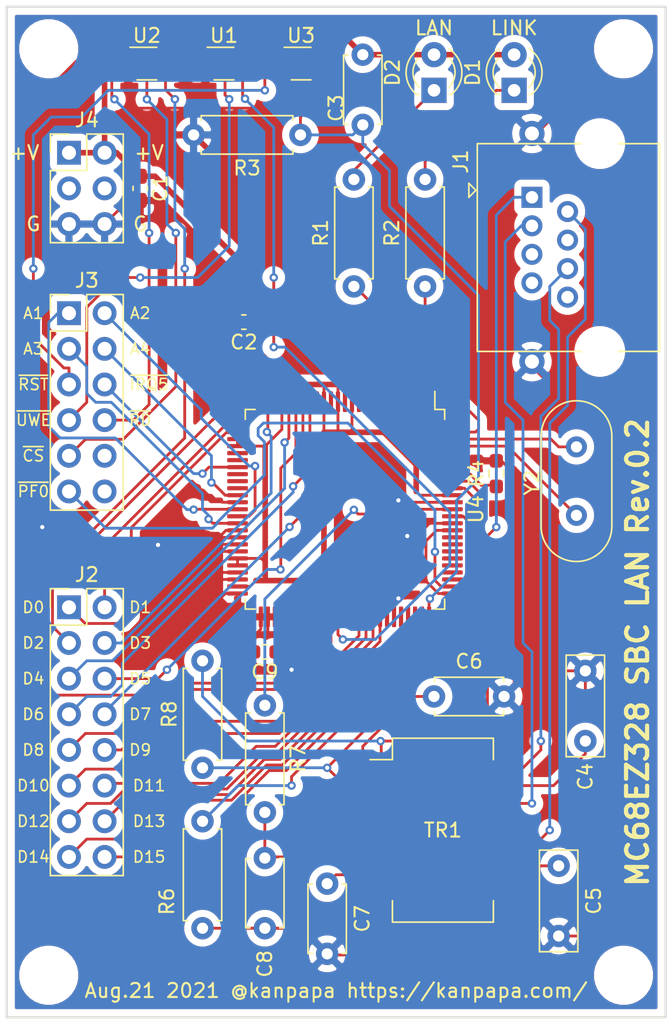
<source format=kicad_pcb>
(kicad_pcb (version 20171130) (host pcbnew "(5.1.9)-1")
  (title_block (title "MC68EZ328 SBC LAN") (date 2021-08-21) (company kanpapa.com))
  (layers (0 F.Cu signal) (31 B.Cu signal) (34 B.Paste user hide) (35 F.Paste user hide) (36 B.SilkS user hide) (37 F.SilkS user hide) (38 B.Mask user hide) (39 F.Mask user hide) (44 Edge.Cuts user))
  (net 0 "")
  (net 1 /TXD+)
  (net 2 /TXD-)
  (net 3 /RXD+)
  (net 4 /RXD-)
  (net 5 GND)
  (net 6 VCC)
  (net 7 "Net-(C3-Pad2)")
  (net 8 "Net-(C4-Pad1)")
  (net 9 "Net-(C5-Pad1)")
  (net 10 "Net-(C6-Pad1)")
  (net 11 "Net-(C7-Pad1)")
  (net 12 /~RD)
  (net 13 /~UWE)
  (net 14 /RD-)
  (net 15 /TD-)
  (net 16 /RD+)
  (net 17 /TD+)
  (net 18 /~CSB0)
  (net 19 /~RESET)
  (net 20 /PF0)
  (net 21 /DB7)
  (net 22 /DB6)
  (net 23 /DB5)
  (net 24 /DB4)
  (net 25 /DB3)
  (net 26 /DB2)
  (net 27 /DB1)
  (net 28 /DB0)
  (net 29 /AB3)
  (net 30 /AB2)
  (net 31 /AB1)
  (net 32 /AB4)
  (net 33 /~IRQ5)
  (net 34 /DB8)
  (net 35 /DB9)
  (net 36 /DB10)
  (net 37 /DB11)
  (net 38 /DB12)
  (net 39 /DB13)
  (net 40 /DB14)
  (net 41 /DB15)
  (net 42 "Net-(D1-Pad1)")
  (net 43 "Net-(D2-Pad1)")
  (net 44 "Net-(R1-Pad1)")
  (net 45 "Net-(R2-Pad1)")
  (net 46 "Net-(R4-Pad1)")
  (net 47 "Net-(R6-Pad1)")
  (net 48 "Net-(R7-Pad1)")
  (net 49 "Net-(U1-Pad4)")
  (net 50 "Net-(U2-Pad4)")
  (net 51 "Net-(U4-Pad98)")
  (net 52 "Net-(U4-Pad97)")
  (module DragonOne_lan:RJ45_Akizuki_7810-8P8C (layer F.Cu) (at 168.465 76.58 90)
    (fp_text reference J1 (at 2.54 -5.08 90) (layer F.SilkS))
    (fp_text value 8P8C_Shielded)
    (pad SH thru_hole circle (at 4.545 0 270) (size 1.8 1.8) (drill 1) (layers *.Cu *.Mask) (net 5 GND))
    (pad SH thru_hole circle (at -11.705 0 270) (size 1.8 1.8) (drill 1) (layers *.Cu *.Mask) (net 5 GND))
    (pad "" np_thru_hole circle (at -10.98 4.84 270) (size 2.6 2.6) (drill 2.6) (layers *.Cu *.Mask))
    (pad "" np_thru_hole circle (at 3.82 4.84 270) (size 2.6 2.6) (drill 2.6) (layers *.Cu *.Mask))
    (pad 8 thru_hole circle (at -7.112 2.54 90) (size 1.5 1.5) (drill 0.89) (layers *.Cu *.Mask))
    (pad 6 thru_hole circle (at -5.08 2.54 90) (size 1.5 1.5) (drill 0.89) (layers *.Cu *.Mask) (net 14 /RD-))
    (pad 4 thru_hole circle (at -3.048 2.54 90) (size 1.5 1.5) (drill 0.89) (layers *.Cu *.Mask))
    (pad 2 thru_hole circle (at -1.016 2.54 90) (size 1.5 1.5) (drill 0.89) (layers *.Cu *.Mask) (net 15 /TD-))
    (pad 7 thru_hole circle (at -6.096 0 90) (size 1.5 1.5) (drill 0.89) (layers *.Cu *.Mask))
    (pad 5 thru_hole circle (at -4.064 0 90) (size 1.5 1.5) (drill 0.89) (layers *.Cu *.Mask))
    (pad 3 thru_hole circle (at -2.032 0 90) (size 1.5 1.5) (drill 0.89) (layers *.Cu *.Mask) (net 16 /RD+))
    (pad 1 thru_hole rect (at 0 0 90) (size 1.5 1.5) (drill 0.89) (layers *.Cu *.Mask) (net 17 /TD+))
  )
  (module Package_QFP:TQFP-100_14x14mm_P0.5mm (layer F.Cu) (at 155.13 98.805 270)
    (fp_text reference U4 (at 0 -9.35 90) (layer F.SilkS))
    (fp_text value CS8900A-CQ3Z)
    (pad 100 smd roundrect (at -6 -7.6625 270) (size 0.3 1.475) (layers F.Cu F.Paste F.Mask) (net 44 "Net-(R1-Pad1)"))
    (pad 99 smd roundrect (at -5.5 -7.6625 270) (size 0.3 1.475) (layers F.Cu F.Paste F.Mask) (net 45 "Net-(R2-Pad1)"))
    (pad 98 smd roundrect (at -5 -7.6625 270) (size 0.3 1.475) (layers F.Cu F.Paste F.Mask) (net 51 "Net-(U4-Pad98)"))
    (pad 97 smd roundrect (at -4.5 -7.6625 270) (size 0.3 1.475) (layers F.Cu F.Paste F.Mask) (net 52 "Net-(U4-Pad97)"))
    (pad 96 smd roundrect (at -4 -7.6625 270) (size 0.3 1.475) (layers F.Cu F.Paste F.Mask) (net 5 GND))
    (pad 95 smd roundrect (at -3.5 -7.6625 270) (size 0.3 1.475) (layers F.Cu F.Paste F.Mask) (net 6 VCC))
    (pad 94 smd roundrect (at -3 -7.6625 270) (size 0.3 1.475) (layers F.Cu F.Paste F.Mask) (net 5 GND))
    (pad 93 smd roundrect (at -2.5 -7.6625 270) (size 0.3 1.475) (layers F.Cu F.Paste F.Mask) (net 46 "Net-(R4-Pad1)"))
    (pad 92 smd roundrect (at -2 -7.6625 270) (size 0.3 1.475) (layers F.Cu F.Paste F.Mask) (net 4 /RXD-))
    (pad 91 smd roundrect (at -1.5 -7.6625 270) (size 0.3 1.475) (layers F.Cu F.Paste F.Mask) (net 3 /RXD+))
    (pad 90 smd roundrect (at -1 -7.6625 270) (size 0.3 1.475) (layers F.Cu F.Paste F.Mask) (net 6 VCC))
    (pad 89 smd roundrect (at -0.5 -7.6625 270) (size 0.3 1.475) (layers F.Cu F.Paste F.Mask) (net 5 GND))
    (pad 88 smd roundrect (at 0 -7.6625 270) (size 0.3 1.475) (layers F.Cu F.Paste F.Mask) (net 48 "Net-(R7-Pad1)"))
    (pad 87 smd roundrect (at 0.5 -7.6625 270) (size 0.3 1.475) (layers F.Cu F.Paste F.Mask) (net 47 "Net-(R6-Pad1)"))
    (pad 86 smd roundrect (at 1 -7.6625 270) (size 0.3 1.475) (layers F.Cu F.Paste F.Mask) (net 5 GND))
    (pad 85 smd roundrect (at 1.5 -7.6625 270) (size 0.3 1.475) (layers F.Cu F.Paste F.Mask) (net 6 VCC))
    (pad 84 smd roundrect (at 2 -7.6625 270) (size 0.3 1.475) (layers F.Cu F.Paste F.Mask))
    (pad 83 smd roundrect (at 2.5 -7.6625 270) (size 0.3 1.475) (layers F.Cu F.Paste F.Mask))
    (pad 82 smd roundrect (at 3 -7.6625 270) (size 0.3 1.475) (layers F.Cu F.Paste F.Mask))
    (pad 81 smd roundrect (at 3.5 -7.6625 270) (size 0.3 1.475) (layers F.Cu F.Paste F.Mask))
    (pad 80 smd roundrect (at 4 -7.6625 270) (size 0.3 1.475) (layers F.Cu F.Paste F.Mask))
    (pad 79 smd roundrect (at 4.5 -7.6625 270) (size 0.3 1.475) (layers F.Cu F.Paste F.Mask))
    (pad 78 smd roundrect (at 5 -7.6625 270) (size 0.3 1.475) (layers F.Cu F.Paste F.Mask))
    (pad 77 smd roundrect (at 5.5 -7.6625 270) (size 0.3 1.475) (layers F.Cu F.Paste F.Mask) (net 20 /PF0))
    (pad 76 smd roundrect (at 6 -7.6625 270) (size 0.3 1.475) (layers F.Cu F.Paste F.Mask) (net 6 VCC))
    (pad 75 smd roundrect (at 7.6625 -6 270) (size 1.475 0.3) (layers F.Cu F.Paste F.Mask) (net 7 "Net-(C3-Pad2)"))
    (pad 74 smd roundrect (at 7.6625 -5.5 270) (size 1.475 0.3) (layers F.Cu F.Paste F.Mask) (net 41 /DB15))
    (pad 73 smd roundrect (at 7.6625 -5 270) (size 1.475 0.3) (layers F.Cu F.Paste F.Mask) (net 40 /DB14))
    (pad 72 smd roundrect (at 7.6625 -4.5 270) (size 1.475 0.3) (layers F.Cu F.Paste F.Mask) (net 39 /DB13))
    (pad 71 smd roundrect (at 7.6625 -4 270) (size 1.475 0.3) (layers F.Cu F.Paste F.Mask) (net 38 /DB12))
    (pad 70 smd roundrect (at 7.6625 -3.5 270) (size 1.475 0.3) (layers F.Cu F.Paste F.Mask) (net 5 GND))
    (pad 69 smd roundrect (at 7.6625 -3 270) (size 1.475 0.3) (layers F.Cu F.Paste F.Mask) (net 6 VCC))
    (pad 68 smd roundrect (at 7.6625 -2.5 270) (size 1.475 0.3) (layers F.Cu F.Paste F.Mask) (net 37 /DB11))
    (pad 67 smd roundrect (at 7.6625 -2 270) (size 1.475 0.3) (layers F.Cu F.Paste F.Mask) (net 36 /DB10))
    (pad 66 smd roundrect (at 7.6625 -1.5 270) (size 1.475 0.3) (layers F.Cu F.Paste F.Mask) (net 35 /DB9))
    (pad 65 smd roundrect (at 7.6625 -1 270) (size 1.475 0.3) (layers F.Cu F.Paste F.Mask) (net 34 /DB8))
    (pad 64 smd roundrect (at 7.6625 -0.5 270) (size 1.475 0.3) (layers F.Cu F.Paste F.Mask))
    (pad 63 smd roundrect (at 7.6625 0 270) (size 1.475 0.3) (layers F.Cu F.Paste F.Mask) (net 5 GND))
    (pad 62 smd roundrect (at 7.6625 0.5 270) (size 1.475 0.3) (layers F.Cu F.Paste F.Mask) (net 49 "Net-(U1-Pad4)"))
    (pad 61 smd roundrect (at 7.6625 1 270) (size 1.475 0.3) (layers F.Cu F.Paste F.Mask) (net 50 "Net-(U2-Pad4)"))
    (pad 60 smd roundrect (at 7.6625 1.5 270) (size 1.475 0.3) (layers F.Cu F.Paste F.Mask) (net 5 GND))
    (pad 59 smd roundrect (at 7.6625 2 270) (size 1.475 0.3) (layers F.Cu F.Paste F.Mask) (net 5 GND))
    (pad 58 smd roundrect (at 7.6625 2.5 270) (size 1.475 0.3) (layers F.Cu F.Paste F.Mask) (net 5 GND))
    (pad 57 smd roundrect (at 7.6625 3 270) (size 1.475 0.3) (layers F.Cu F.Paste F.Mask) (net 5 GND))
    (pad 56 smd roundrect (at 7.6625 3.5 270) (size 1.475 0.3) (layers F.Cu F.Paste F.Mask) (net 6 VCC))
    (pad 55 smd roundrect (at 7.6625 4 270) (size 1.475 0.3) (layers F.Cu F.Paste F.Mask) (net 5 GND))
    (pad 54 smd roundrect (at 7.6625 4.5 270) (size 1.475 0.3) (layers F.Cu F.Paste F.Mask) (net 5 GND))
    (pad 53 smd roundrect (at 7.6625 5 270) (size 1.475 0.3) (layers F.Cu F.Paste F.Mask) (net 5 GND))
    (pad 52 smd roundrect (at 7.6625 5.5 270) (size 1.475 0.3) (layers F.Cu F.Paste F.Mask) (net 5 GND))
    (pad 51 smd roundrect (at 7.6625 6 270) (size 1.475 0.3) (layers F.Cu F.Paste F.Mask) (net 5 GND))
    (pad 50 smd roundrect (at 6 7.6625 270) (size 0.3 1.475) (layers F.Cu F.Paste F.Mask) (net 5 GND))
    (pad 49 smd roundrect (at 5.5 7.6625 270) (size 0.3 1.475) (layers F.Cu F.Paste F.Mask) (net 6 VCC))
    (pad 48 smd roundrect (at 5 7.6625 270) (size 0.3 1.475) (layers F.Cu F.Paste F.Mask) (net 5 GND))
    (pad 47 smd roundrect (at 4.5 7.6625 270) (size 0.3 1.475) (layers F.Cu F.Paste F.Mask) (net 5 GND))
    (pad 46 smd roundrect (at 4 7.6625 270) (size 0.3 1.475) (layers F.Cu F.Paste F.Mask) (net 6 VCC))
    (pad 45 smd roundrect (at 3.5 7.6625 270) (size 0.3 1.475) (layers F.Cu F.Paste F.Mask) (net 6 VCC))
    (pad 44 smd roundrect (at 3 7.6625 270) (size 0.3 1.475) (layers F.Cu F.Paste F.Mask) (net 5 GND))
    (pad 43 smd roundrect (at 2.5 7.6625 270) (size 0.3 1.475) (layers F.Cu F.Paste F.Mask) (net 5 GND))
    (pad 42 smd roundrect (at 2 7.6625 270) (size 0.3 1.475) (layers F.Cu F.Paste F.Mask) (net 5 GND))
    (pad 41 smd roundrect (at 1.5 7.6625 270) (size 0.3 1.475) (layers F.Cu F.Paste F.Mask) (net 5 GND))
    (pad 40 smd roundrect (at 1 7.6625 270) (size 0.3 1.475) (layers F.Cu F.Paste F.Mask) (net 29 /AB3))
    (pad 39 smd roundrect (at 0.5 7.6625 270) (size 0.3 1.475) (layers F.Cu F.Paste F.Mask) (net 30 /AB2))
    (pad 38 smd roundrect (at 0 7.6625 270) (size 0.3 1.475) (layers F.Cu F.Paste F.Mask) (net 31 /AB1))
    (pad 37 smd roundrect (at -0.5 7.6625 270) (size 0.3 1.475) (layers F.Cu F.Paste F.Mask) (net 5 GND))
    (pad 36 smd roundrect (at -1 7.6625 270) (size 0.3 1.475) (layers F.Cu F.Paste F.Mask) (net 32 /AB4))
    (pad 35 smd roundrect (at -1.5 7.6625 270) (size 0.3 1.475) (layers F.Cu F.Paste F.Mask))
    (pad 34 smd roundrect (at -2 7.6625 270) (size 0.3 1.475) (layers F.Cu F.Paste F.Mask))
    (pad 33 smd roundrect (at -2.5 7.6625 270) (size 0.3 1.475) (layers F.Cu F.Paste F.Mask))
    (pad 32 smd roundrect (at -3 7.6625 270) (size 0.3 1.475) (layers F.Cu F.Paste F.Mask) (net 33 /~IRQ5))
    (pad 31 smd roundrect (at -3.5 7.6625 270) (size 0.3 1.475) (layers F.Cu F.Paste F.Mask))
    (pad 30 smd roundrect (at -4 7.6625 270) (size 0.3 1.475) (layers F.Cu F.Paste F.Mask))
    (pad 29 smd roundrect (at -4.5 7.6625 270) (size 0.3 1.475) (layers F.Cu F.Paste F.Mask) (net 6 VCC))
    (pad 28 smd roundrect (at -5 7.6625 270) (size 0.3 1.475) (layers F.Cu F.Paste F.Mask) (net 6 VCC))
    (pad 27 smd roundrect (at -5.5 7.6625 270) (size 0.3 1.475) (layers F.Cu F.Paste F.Mask) (net 28 /DB0))
    (pad 26 smd roundrect (at -6 7.6625 270) (size 0.3 1.475) (layers F.Cu F.Paste F.Mask) (net 27 /DB1))
    (pad 25 smd roundrect (at -7.6625 6 270) (size 1.475 0.3) (layers F.Cu F.Paste F.Mask) (net 26 /DB2))
    (pad 24 smd roundrect (at -7.6625 5.5 270) (size 1.475 0.3) (layers F.Cu F.Paste F.Mask) (net 25 /DB3))
    (pad 23 smd roundrect (at -7.6625 5 270) (size 1.475 0.3) (layers F.Cu F.Paste F.Mask) (net 5 GND))
    (pad 22 smd roundrect (at -7.6625 4.5 270) (size 1.475 0.3) (layers F.Cu F.Paste F.Mask) (net 6 VCC))
    (pad 21 smd roundrect (at -7.6625 4 270) (size 1.475 0.3) (layers F.Cu F.Paste F.Mask) (net 24 /DB4))
    (pad 20 smd roundrect (at -7.6625 3.5 270) (size 1.475 0.3) (layers F.Cu F.Paste F.Mask) (net 23 /DB5))
    (pad 19 smd roundrect (at -7.6625 3 270) (size 1.475 0.3) (layers F.Cu F.Paste F.Mask) (net 22 /DB6))
    (pad 18 smd roundrect (at -7.6625 2.5 270) (size 1.475 0.3) (layers F.Cu F.Paste F.Mask) (net 21 /DB7))
    (pad 17 smd roundrect (at -7.6625 2 270) (size 1.475 0.3) (layers F.Cu F.Paste F.Mask))
    (pad 16 smd roundrect (at -7.6625 1.5 270) (size 1.475 0.3) (layers F.Cu F.Paste F.Mask) (net 6 VCC))
    (pad 15 smd roundrect (at -7.6625 1 270) (size 1.475 0.3) (layers F.Cu F.Paste F.Mask))
    (pad 14 smd roundrect (at -7.6625 0.5 270) (size 1.475 0.3) (layers F.Cu F.Paste F.Mask) (net 6 VCC))
    (pad 13 smd roundrect (at -7.6625 0 270) (size 1.475 0.3) (layers F.Cu F.Paste F.Mask))
    (pad 12 smd roundrect (at -7.6625 -0.5 270) (size 1.475 0.3) (layers F.Cu F.Paste F.Mask) (net 6 VCC))
    (pad 11 smd roundrect (at -7.6625 -1 270) (size 1.475 0.3) (layers F.Cu F.Paste F.Mask))
    (pad 10 smd roundrect (at -7.6625 -1.5 270) (size 1.475 0.3) (layers F.Cu F.Paste F.Mask) (net 5 GND))
    (pad 9 smd roundrect (at -7.6625 -2 270) (size 1.475 0.3) (layers F.Cu F.Paste F.Mask) (net 6 VCC))
    (pad 8 smd roundrect (at -7.6625 -2.5 270) (size 1.475 0.3) (layers F.Cu F.Paste F.Mask) (net 5 GND))
    (pad 7 smd roundrect (at -7.6625 -3 270) (size 1.475 0.3) (layers F.Cu F.Paste F.Mask) (net 5 GND))
    (pad 6 smd roundrect (at -7.6625 -3.5 270) (size 1.475 0.3) (layers F.Cu F.Paste F.Mask) (net 5 GND))
    (pad 5 smd roundrect (at -7.6625 -4 270) (size 1.475 0.3) (layers F.Cu F.Paste F.Mask))
    (pad 4 smd roundrect (at -7.6625 -4.5 270) (size 1.475 0.3) (layers F.Cu F.Paste F.Mask))
    (pad 3 smd roundrect (at -7.6625 -5 270) (size 1.475 0.3) (layers F.Cu F.Paste F.Mask))
    (pad 2 smd roundrect (at -7.6625 -5.5 270) (size 1.475 0.3) (layers F.Cu F.Paste F.Mask))
    (pad 1 smd roundrect (at -7.6625 -6 270) (size 1.475 0.3) (layers F.Cu F.Paste F.Mask) (net 5 GND))
  )
  (module Transformer_SMD:Transformer_Ethernet_Bourns_PT61017PEL (layer F.Cu) (at 162.115 121.665)
    (fp_text reference TR1 (at 0 0) (layer F.SilkS))
    (fp_text value E2023EL)
    (pad 12 smd rect (at 4.4 0.635) (size 1.7 0.76) (layers F.Cu F.Paste F.Mask))
    (pad 16 smd rect (at 4.4 -4.445) (size 1.7 0.76) (layers F.Cu F.Paste F.Mask) (net 14 /RD-))
    (pad 13 smd rect (at 4.4 -0.635) (size 1.7 0.76) (layers F.Cu F.Paste F.Mask))
    (pad 10 smd rect (at 4.4 3.175) (size 1.7 0.76) (layers F.Cu F.Paste F.Mask) (net 9 "Net-(C5-Pad1)"))
    (pad 15 smd rect (at 4.4 -3.175) (size 1.7 0.76) (layers F.Cu F.Paste F.Mask) (net 8 "Net-(C4-Pad1)"))
    (pad 9 smd rect (at 4.4 4.445) (size 1.7 0.76) (layers F.Cu F.Paste F.Mask) (net 17 /TD+))
    (pad 11 smd rect (at 4.4 1.905) (size 1.7 0.76) (layers F.Cu F.Paste F.Mask) (net 15 /TD-))
    (pad 14 smd rect (at 4.4 -1.905) (size 1.7 0.76) (layers F.Cu F.Paste F.Mask) (net 16 /RD+))
    (pad 8 smd rect (at -4.4 4.445) (size 1.7 0.76) (layers F.Cu F.Paste F.Mask) (net 1 /TXD+))
    (pad 6 smd rect (at -4.4 1.905) (size 1.7 0.76) (layers F.Cu F.Paste F.Mask) (net 2 /TXD-))
    (pad 5 smd rect (at -4.4 0.635) (size 1.7 0.76) (layers F.Cu F.Paste F.Mask))
    (pad 7 smd rect (at -4.4 3.175) (size 1.7 0.76) (layers F.Cu F.Paste F.Mask) (net 11 "Net-(C7-Pad1)"))
    (pad 4 smd rect (at -4.4 -0.635) (size 1.7 0.76) (layers F.Cu F.Paste F.Mask))
    (pad 3 smd rect (at -4.4 -1.905) (size 1.7 0.76) (layers F.Cu F.Paste F.Mask) (net 3 /RXD+))
    (pad 2 smd rect (at -4.4 -3.175) (size 1.7 0.76) (layers F.Cu F.Paste F.Mask) (net 10 "Net-(C6-Pad1)"))
    (pad 1 smd rect (at -4.4 -4.445) (size 1.7 0.76) (layers F.Cu F.Paste F.Mask) (net 4 /RXD-))
  )
  (module Capacitor_SMD:C_0603_1608Metric_Pad1.08x0.95mm_HandSolder (layer F.Cu) (at 149.415 108.965 180)
    (fp_text reference C9 (at 0 -1.43) (layer F.SilkS))
    (fp_text value 0.1uF)
    (pad 2 smd roundrect (at 0.8625 0 180) (size 1.075 0.95) (layers F.Cu F.Paste F.Mask) (net 5 GND))
    (pad 1 smd roundrect (at -0.8625 0 180) (size 1.075 0.95) (layers F.Cu F.Paste F.Mask) (net 6 VCC))
  )
  (module Capacitor_SMD:C_0603_1608Metric_Pad1.08x0.95mm_HandSolder (layer F.Cu) (at 147.9175 85.47 180)
    (fp_text reference C2 (at 0 -1.43) (layer F.SilkS))
    (fp_text value 0.1uF)
    (pad 2 smd roundrect (at 0.8625 0 180) (size 1.075 0.95) (layers F.Cu F.Paste F.Mask) (net 5 GND))
    (pad 1 smd roundrect (at -0.8625 0 180) (size 1.075 0.95) (layers F.Cu F.Paste F.Mask) (net 6 VCC))
  )
  (module Capacitor_SMD:C_0603_1608Metric_Pad1.08x0.95mm_HandSolder (layer F.Cu) (at 140.525 75.945 270)
    (fp_text reference C1 (at 0 -1.43 90) (layer F.SilkS))
    (fp_text value 0.1uF)
    (pad 2 smd roundrect (at 0.8625 0 270) (size 1.075 0.95) (layers F.Cu F.Paste F.Mask) (net 5 GND))
    (pad 1 smd roundrect (at -0.8625 0 270) (size 1.075 0.95) (layers F.Cu F.Paste F.Mask) (net 6 VCC))
  )
  (module Resistor_SMD:R_0603_1608Metric_Pad0.98x0.95mm_HandSolder (layer F.Cu) (at 165.925 96.265 90)
    (fp_text reference R4 (at 0 -1.43 90) (layer F.SilkS))
    (fp_text value "4.99K 1%")
    (pad 2 smd roundrect (at 0.9125 0 90) (size 0.975 0.95) (layers F.Cu F.Paste F.Mask) (net 5 GND))
    (pad 1 smd roundrect (at -0.9125 0 90) (size 0.975 0.95) (layers F.Cu F.Paste F.Mask) (net 46 "Net-(R4-Pad1)"))
  )
  (module Package_TO_SOT_SMD:SOT-353_SC-70-5_Handsoldering (layer F.Cu) (at 152 67.055)
    (fp_text reference U3 (at 0 -2) (layer F.SilkS))
    (fp_text value TC7SH00FU)
    (pad 5 smd rect (at 1.33 -0.65) (size 1.5 0.4) (layers F.Cu F.Paste F.Mask) (net 6 VCC))
    (pad 4 smd rect (at 1.33 0.65) (size 1.5 0.4) (layers F.Cu F.Paste F.Mask) (net 7 "Net-(C3-Pad2)"))
    (pad 3 smd rect (at -1.33 0.65) (size 1.5 0.4) (layers F.Cu F.Paste F.Mask) (net 5 GND))
    (pad 2 smd rect (at -1.33 0) (size 1.5 0.4) (layers F.Cu F.Paste F.Mask) (net 19 /~RESET))
    (pad 1 smd rect (at -1.33 -0.65) (size 1.5 0.4) (layers F.Cu F.Paste F.Mask) (net 19 /~RESET))
  )
  (module Package_TO_SOT_SMD:SOT-353_SC-70-5_Handsoldering (layer F.Cu) (at 141 67.055)
    (fp_text reference U2 (at 0 -2) (layer F.SilkS))
    (fp_text value TC7S32FU)
    (pad 5 smd rect (at 1.33 -0.65) (size 1.5 0.4) (layers F.Cu F.Paste F.Mask) (net 6 VCC))
    (pad 4 smd rect (at 1.33 0.65) (size 1.5 0.4) (layers F.Cu F.Paste F.Mask) (net 50 "Net-(U2-Pad4)"))
    (pad 3 smd rect (at -1.33 0.65) (size 1.5 0.4) (layers F.Cu F.Paste F.Mask) (net 5 GND))
    (pad 2 smd rect (at -1.33 0) (size 1.5 0.4) (layers F.Cu F.Paste F.Mask) (net 18 /~CSB0))
    (pad 1 smd rect (at -1.33 -0.65) (size 1.5 0.4) (layers F.Cu F.Paste F.Mask) (net 12 /~RD))
  )
  (module Package_TO_SOT_SMD:SOT-353_SC-70-5_Handsoldering (layer F.Cu) (at 146.5 67.055)
    (fp_text reference U1 (at 0 -2) (layer F.SilkS))
    (fp_text value TC7S32FU)
    (pad 5 smd rect (at 1.33 -0.65) (size 1.5 0.4) (layers F.Cu F.Paste F.Mask) (net 6 VCC))
    (pad 4 smd rect (at 1.33 0.65) (size 1.5 0.4) (layers F.Cu F.Paste F.Mask) (net 49 "Net-(U1-Pad4)"))
    (pad 3 smd rect (at -1.33 0.65) (size 1.5 0.4) (layers F.Cu F.Paste F.Mask) (net 5 GND))
    (pad 2 smd rect (at -1.33 0) (size 1.5 0.4) (layers F.Cu F.Paste F.Mask) (net 18 /~CSB0))
    (pad 1 smd rect (at -1.33 -0.65) (size 1.5 0.4) (layers F.Cu F.Paste F.Mask) (net 13 /~UWE))
  )
  (module Connector_PinHeader_2.54mm:PinHeader_2x03_P2.54mm_Vertical (layer F.Cu) (at 135.445 73.405)
    (fp_text reference J4 (at 1.27 -2.33) (layer F.SilkS))
    (fp_text value PWR)
    (pad 6 thru_hole oval (at 2.54 5.08) (size 1.7 1.7) (drill 1) (layers *.Cu *.Mask) (net 5 GND))
    (pad 5 thru_hole oval (at 0 5.08) (size 1.7 1.7) (drill 1) (layers *.Cu *.Mask) (net 5 GND))
    (pad 4 thru_hole oval (at 2.54 2.54) (size 1.7 1.7) (drill 1) (layers *.Cu *.Mask))
    (pad 3 thru_hole oval (at 0 2.54) (size 1.7 1.7) (drill 1) (layers *.Cu *.Mask))
    (pad 2 thru_hole oval (at 2.54 0) (size 1.7 1.7) (drill 1) (layers *.Cu *.Mask) (net 6 VCC))
    (pad 1 thru_hole rect (at 0 0) (size 1.7 1.7) (drill 1) (layers *.Cu *.Mask) (net 6 VCC))
  )
  (module Connector_PinHeader_2.54mm:PinHeader_2x06_P2.54mm_Vertical (layer F.Cu) (at 135.445 84.835)
    (fp_text reference J3 (at 1.27 -2.33) (layer F.SilkS))
    (fp_text value CTRL_BUS)
    (pad 12 thru_hole oval (at 2.54 12.7) (size 1.7 1.7) (drill 1) (layers *.Cu *.Mask))
    (pad 11 thru_hole oval (at 0 12.7) (size 1.7 1.7) (drill 1) (layers *.Cu *.Mask) (net 20 /PF0))
    (pad 10 thru_hole oval (at 2.54 10.16) (size 1.7 1.7) (drill 1) (layers *.Cu *.Mask))
    (pad 9 thru_hole oval (at 0 10.16) (size 1.7 1.7) (drill 1) (layers *.Cu *.Mask) (net 18 /~CSB0))
    (pad 8 thru_hole oval (at 2.54 7.62) (size 1.7 1.7) (drill 1) (layers *.Cu *.Mask) (net 12 /~RD))
    (pad 7 thru_hole oval (at 0 7.62) (size 1.7 1.7) (drill 1) (layers *.Cu *.Mask) (net 13 /~UWE))
    (pad 6 thru_hole oval (at 2.54 5.08) (size 1.7 1.7) (drill 1) (layers *.Cu *.Mask) (net 33 /~IRQ5))
    (pad 5 thru_hole oval (at 0 5.08) (size 1.7 1.7) (drill 1) (layers *.Cu *.Mask) (net 19 /~RESET))
    (pad 4 thru_hole oval (at 2.54 2.54) (size 1.7 1.7) (drill 1) (layers *.Cu *.Mask) (net 32 /AB4))
    (pad 3 thru_hole oval (at 0 2.54) (size 1.7 1.7) (drill 1) (layers *.Cu *.Mask) (net 29 /AB3))
    (pad 2 thru_hole oval (at 2.54 0) (size 1.7 1.7) (drill 1) (layers *.Cu *.Mask) (net 30 /AB2))
    (pad 1 thru_hole rect (at 0 0) (size 1.7 1.7) (drill 1) (layers *.Cu *.Mask) (net 31 /AB1))
  )
  (module LED_THT:LED_D3.0mm (layer F.Cu) (at 161.48 68.96 90)
    (fp_text reference D2 (at 1.27 -2.96 90) (layer F.SilkS))
    (fp_text value "LAN LED")
    (pad 2 thru_hole circle (at 2.54 0 90) (size 1.8 1.8) (drill 0.9) (layers *.Cu *.Mask) (net 6 VCC))
    (pad 1 thru_hole rect (at 0 0 90) (size 1.8 1.8) (drill 0.9) (layers *.Cu *.Mask) (net 43 "Net-(D2-Pad1)"))
  )
  (module LED_THT:LED_D3.0mm (layer F.Cu) (at 167.195 68.96 90)
    (fp_text reference D1 (at 1.27 -2.96 90) (layer F.SilkS))
    (fp_text value "LINK LED")
    (pad 2 thru_hole circle (at 2.54 0 90) (size 1.8 1.8) (drill 0.9) (layers *.Cu *.Mask) (net 6 VCC))
    (pad 1 thru_hole rect (at 0 0 90) (size 1.8 1.8) (drill 0.9) (layers *.Cu *.Mask) (net 42 "Net-(D1-Pad1)"))
  )
  (module MountingHole:MountingHole_3.2mm_M3 (layer F.Cu) (at 134 66)
    (fp_text reference MH4 hide)
    (fp_text value MountingHole_3.2mm_M3 hide)
    (pad 1 np_thru_hole circle (at 0 0) (size 3.2 3.2) (drill 3.2) (layers *.Cu *.Mask))
  )
  (module MountingHole:MountingHole_3.2mm_M3 (layer F.Cu) (at 175 66)
    (fp_text reference MH3 hide)
    (fp_text value MountingHole_3.2mm_M3 hide)
    (pad 1 np_thru_hole circle (at 0 0) (size 3.2 3.2) (drill 3.2) (layers *.Cu *.Mask))
  )
  (module MountingHole:MountingHole_3.2mm_M3 (layer F.Cu) (at 175 132)
    (fp_text reference MH2 hide)
    (fp_text value MountingHole_3.2mm_M3 hide)
    (pad 1 np_thru_hole circle (at 0 0) (size 3.2 3.2) (drill 3.2) (layers *.Cu *.Mask))
  )
  (module MountingHole:MountingHole_3.2mm_M3 (layer F.Cu) (at 134 132)
    (fp_text reference MH1 hide)
    (fp_text value MountingHole_3.2mm_M3 hide)
    (pad 1 np_thru_hole circle (at 0 0) (size 3.2 3.2) (drill 3.2) (layers *.Cu *.Mask))
  )
  (module Crystal:Crystal_HC49-4H_Vertical (layer F.Cu) (at 171.64 94.36 270)
    (fp_text reference Y2 (at 2.54 3.175 90) (layer F.SilkS))
    (fp_text value 20MHz)
    (pad 2 thru_hole circle (at 4.88 0 270) (size 1.5 1.5) (drill 0.8) (layers *.Cu *.Mask) (net 52 "Net-(U4-Pad97)"))
    (pad 1 thru_hole circle (at 0 0 270) (size 1.5 1.5) (drill 0.8) (layers *.Cu *.Mask) (net 51 "Net-(U4-Pad98)"))
  )
  (module Resistor_THT:R_Axial_DIN0207_L6.3mm_D2.5mm_P7.62mm_Horizontal (layer F.Cu) (at 144.97 117.22 90)
    (fp_text reference R8 (at 3.81 -2.37 90) (layer F.SilkS))
    (fp_text value "100, 1%")
    (pad 2 thru_hole oval (at 7.62 0 90) (size 1.6 1.6) (drill 0.8) (layers *.Cu *.Mask) (net 4 /RXD-))
    (pad 1 thru_hole circle (at 0 0 90) (size 1.6 1.6) (drill 0.8) (layers *.Cu *.Mask) (net 3 /RXD+))
  )
  (module Resistor_THT:R_Axial_DIN0207_L6.3mm_D2.5mm_P7.62mm_Horizontal (layer F.Cu) (at 149.415 112.775 270)
    (fp_text reference R7 (at 3.81 -2.37 90) (layer F.SilkS))
    (fp_text value "8.2 1%")
    (pad 2 thru_hole oval (at 7.62 0 270) (size 1.6 1.6) (drill 0.8) (layers *.Cu *.Mask) (net 2 /TXD-))
    (pad 1 thru_hole circle (at 0 0 270) (size 1.6 1.6) (drill 0.8) (layers *.Cu *.Mask) (net 48 "Net-(R7-Pad1)"))
  )
  (module Resistor_THT:R_Axial_DIN0207_L6.3mm_D2.5mm_P7.62mm_Horizontal (layer F.Cu) (at 144.97 121.03 270)
    (fp_text reference R6 (at 5.715 2.54 90) (layer F.SilkS))
    (fp_text value "8.2 1%")
    (pad 2 thru_hole oval (at 7.62 0 270) (size 1.6 1.6) (drill 0.8) (layers *.Cu *.Mask) (net 1 /TXD+))
    (pad 1 thru_hole circle (at 0 0 270) (size 1.6 1.6) (drill 0.8) (layers *.Cu *.Mask) (net 47 "Net-(R6-Pad1)"))
  )
  (module Resistor_THT:R_Axial_DIN0207_L6.3mm_D2.5mm_P7.62mm_Horizontal (layer F.Cu) (at 151.955 72.135 180)
    (fp_text reference R3 (at 3.81 -2.37) (layer F.SilkS))
    (fp_text value 100K)
    (pad 2 thru_hole oval (at 7.62 0 180) (size 1.6 1.6) (drill 0.8) (layers *.Cu *.Mask) (net 5 GND))
    (pad 1 thru_hole circle (at 0 0 180) (size 1.6 1.6) (drill 0.8) (layers *.Cu *.Mask) (net 7 "Net-(C3-Pad2)"))
  )
  (module Resistor_THT:R_Axial_DIN0207_L6.3mm_D2.5mm_P7.62mm_Horizontal (layer F.Cu) (at 160.845 82.93 90)
    (fp_text reference R2 (at 3.81 -2.37 90) (layer F.SilkS))
    (fp_text value 560)
    (pad 2 thru_hole oval (at 7.62 0 90) (size 1.6 1.6) (drill 0.8) (layers *.Cu *.Mask) (net 42 "Net-(D1-Pad1)"))
    (pad 1 thru_hole circle (at 0 0 90) (size 1.6 1.6) (drill 0.8) (layers *.Cu *.Mask) (net 45 "Net-(R2-Pad1)"))
  )
  (module Resistor_THT:R_Axial_DIN0207_L6.3mm_D2.5mm_P7.62mm_Horizontal (layer F.Cu) (at 155.765 82.93 90)
    (fp_text reference R1 (at 3.81 -2.37 90) (layer F.SilkS))
    (fp_text value 560)
    (pad 2 thru_hole oval (at 7.62 0 90) (size 1.6 1.6) (drill 0.8) (layers *.Cu *.Mask) (net 43 "Net-(D2-Pad1)"))
    (pad 1 thru_hole circle (at 0 0 90) (size 1.6 1.6) (drill 0.8) (layers *.Cu *.Mask) (net 44 "Net-(R1-Pad1)"))
  )
  (module Connector_PinHeader_2.54mm:PinHeader_2x08_P2.54mm_Vertical (layer F.Cu) (at 135.445 105.79)
    (fp_text reference J2 (at 1.27 -2.33) (layer F.SilkS))
    (fp_text value DATA_BUS)
    (pad 16 thru_hole oval (at 2.54 17.78) (size 1.7 1.7) (drill 1) (layers *.Cu *.Mask) (net 41 /DB15))
    (pad 15 thru_hole oval (at 0 17.78) (size 1.7 1.7) (drill 1) (layers *.Cu *.Mask) (net 40 /DB14))
    (pad 14 thru_hole oval (at 2.54 15.24) (size 1.7 1.7) (drill 1) (layers *.Cu *.Mask) (net 39 /DB13))
    (pad 13 thru_hole oval (at 0 15.24) (size 1.7 1.7) (drill 1) (layers *.Cu *.Mask) (net 38 /DB12))
    (pad 12 thru_hole oval (at 2.54 12.7) (size 1.7 1.7) (drill 1) (layers *.Cu *.Mask) (net 37 /DB11))
    (pad 11 thru_hole oval (at 0 12.7) (size 1.7 1.7) (drill 1) (layers *.Cu *.Mask) (net 36 /DB10))
    (pad 10 thru_hole oval (at 2.54 10.16) (size 1.7 1.7) (drill 1) (layers *.Cu *.Mask) (net 35 /DB9))
    (pad 9 thru_hole oval (at 0 10.16) (size 1.7 1.7) (drill 1) (layers *.Cu *.Mask) (net 34 /DB8))
    (pad 8 thru_hole oval (at 2.54 7.62) (size 1.7 1.7) (drill 1) (layers *.Cu *.Mask) (net 21 /DB7))
    (pad 7 thru_hole oval (at 0 7.62) (size 1.7 1.7) (drill 1) (layers *.Cu *.Mask) (net 22 /DB6))
    (pad 6 thru_hole oval (at 2.54 5.08) (size 1.7 1.7) (drill 1) (layers *.Cu *.Mask) (net 23 /DB5))
    (pad 5 thru_hole oval (at 0 5.08) (size 1.7 1.7) (drill 1) (layers *.Cu *.Mask) (net 24 /DB4))
    (pad 4 thru_hole oval (at 2.54 2.54) (size 1.7 1.7) (drill 1) (layers *.Cu *.Mask) (net 25 /DB3))
    (pad 3 thru_hole oval (at 0 2.54) (size 1.7 1.7) (drill 1) (layers *.Cu *.Mask) (net 26 /DB2))
    (pad 2 thru_hole oval (at 2.54 0) (size 1.7 1.7) (drill 1) (layers *.Cu *.Mask) (net 27 /DB1))
    (pad 1 thru_hole rect (at 0 0) (size 1.7 1.7) (drill 1) (layers *.Cu *.Mask) (net 28 /DB0))
  )
  (module Capacitor_THT:C_Disc_D4.7mm_W2.5mm_P5.00mm (layer F.Cu) (at 149.415 128.65 90)
    (fp_text reference C8 (at -2.54 0 90) (layer F.SilkS))
    (fp_text value 560pF)
    (pad 2 thru_hole circle (at 5 0 90) (size 1.6 1.6) (drill 0.8) (layers *.Cu *.Mask) (net 2 /TXD-))
    (pad 1 thru_hole circle (at 0 0 90) (size 1.6 1.6) (drill 0.8) (layers *.Cu *.Mask) (net 1 /TXD+))
  )
  (module Capacitor_THT:C_Disc_D4.7mm_W2.5mm_P5.00mm (layer F.Cu) (at 153.86 125.475 270)
    (fp_text reference C7 (at 2.5 -2.5 90) (layer F.SilkS))
    (fp_text value 0.1uF)
    (pad 2 thru_hole circle (at 5 0 270) (size 1.6 1.6) (drill 0.8) (layers *.Cu *.Mask) (net 5 GND))
    (pad 1 thru_hole circle (at 0 0 270) (size 1.6 1.6) (drill 0.8) (layers *.Cu *.Mask) (net 11 "Net-(C7-Pad1)"))
  )
  (module Capacitor_THT:C_Disc_D4.7mm_W2.5mm_P5.00mm (layer F.Cu) (at 161.48 112.14)
    (fp_text reference C6 (at 2.5 -2.5) (layer F.SilkS))
    (fp_text value 0.1uF)
    (pad 2 thru_hole circle (at 5 0) (size 1.6 1.6) (drill 0.8) (layers *.Cu *.Mask) (net 5 GND))
    (pad 1 thru_hole circle (at 0 0) (size 1.6 1.6) (drill 0.8) (layers *.Cu *.Mask) (net 10 "Net-(C6-Pad1)"))
  )
  (module Capacitor_THT:C_Disc_D7.0mm_W2.5mm_P5.00mm (layer F.Cu) (at 170.37 124.205 270)
    (fp_text reference C5 (at 2.5 -2.5 90) (layer F.SilkS))
    (fp_text value 4700pF/1KV)
    (pad 2 thru_hole circle (at 5 0 270) (size 1.6 1.6) (drill 0.8) (layers *.Cu *.Mask) (net 5 GND))
    (pad 1 thru_hole circle (at 0 0 270) (size 1.6 1.6) (drill 0.8) (layers *.Cu *.Mask) (net 9 "Net-(C5-Pad1)"))
  )
  (module Capacitor_THT:C_Disc_D7.0mm_W2.5mm_P5.00mm (layer F.Cu) (at 172.275 115.315 90)
    (fp_text reference C4 (at -2.54 0 90) (layer F.SilkS))
    (fp_text value 4700pF/1kV)
    (pad 2 thru_hole circle (at 5 0 90) (size 1.6 1.6) (drill 0.8) (layers *.Cu *.Mask) (net 5 GND))
    (pad 1 thru_hole circle (at 0 0 90) (size 1.6 1.6) (drill 0.8) (layers *.Cu *.Mask) (net 8 "Net-(C4-Pad1)"))
  )
  (module Capacitor_THT:C_Disc_D4.7mm_W2.5mm_P5.00mm (layer F.Cu) (at 156.4 66.42 270)
    (fp_text reference C3 (at 3.81 1.905 90) (layer F.SilkS))
    (fp_text value 0.1uF)
    (pad 2 thru_hole circle (at 5 0 270) (size 1.6 1.6) (drill 0.8) (layers *.Cu *.Mask) (net 7 "Net-(C3-Pad2)"))
    (pad 1 thru_hole circle (at 0 0 270) (size 1.6 1.6) (drill 0.8) (layers *.Cu *.Mask) (net 6 VCC))
  )
  (gr_text ~RD (at 140.525 92.455) (layer F.SilkS) (effects (font (size 0.8 0.8) (thickness 0.12))))
  (gr_text ~PF0 (at 132.905 97.535) (layer F.SilkS) (effects (font (size 0.8 0.8) (thickness 0.12))))
  (gr_text ~CS (at 132.905 94.995) (layer F.SilkS) (effects (font (size 0.8 0.8) (thickness 0.12))))
  (gr_text ~UWE (at 132.905 92.455) (layer F.SilkS) (effects (font (size 0.8 0.8) (thickness 0.12))))
  (gr_text ~IRQ5 (at 141.16 89.915) (layer F.SilkS) (effects (font (size 0.8 0.8) (thickness 0.12))))
  (gr_text ~RST (at 132.905 89.915) (layer F.SilkS) (effects (font (size 0.8 0.8) (thickness 0.12))))
  (gr_text A4 (at 140.525 87.375) (layer F.SilkS) (effects (font (size 0.8 0.8) (thickness 0.12))))
  (gr_text A2 (at 140.525 84.835) (layer F.SilkS) (effects (font (size 0.8 0.8) (thickness 0.12))))
  (gr_text A3 (at 132.905 87.375) (layer F.SilkS) (effects (font (size 0.8 0.8) (thickness 0.12))))
  (gr_text A1 (at 132.905 84.835) (layer F.SilkS) (effects (font (size 0.8 0.8) (thickness 0.12))))
  (gr_text D14 (at 132.905 123.57) (layer F.SilkS) (effects (font (size 0.8 0.8) (thickness 0.12))))
  (gr_text D12 (at 132.905 121.03) (layer F.SilkS) (effects (font (size 0.8 0.8) (thickness 0.12))))
  (gr_text D10 (at 132.905 118.49) (layer F.SilkS) (effects (font (size 0.8 0.8) (thickness 0.12))))
  (gr_text D8 (at 132.905 115.95) (layer F.SilkS) (effects (font (size 0.8 0.8) (thickness 0.12))))
  (gr_text D6 (at 132.905 113.41) (layer F.SilkS) (effects (font (size 0.8 0.8) (thickness 0.12))))
  (gr_text D4 (at 132.905 110.87) (layer F.SilkS) (effects (font (size 0.8 0.8) (thickness 0.12))))
  (gr_text D2 (at 132.905 108.33) (layer F.SilkS) (effects (font (size 0.8 0.8) (thickness 0.12))))
  (gr_text D15 (at 141.16 123.57) (layer F.SilkS) (effects (font (size 0.8 0.8) (thickness 0.12))))
  (gr_text D13 (at 141.16 121.03) (layer F.SilkS) (effects (font (size 0.8 0.8) (thickness 0.12))))
  (gr_text D11 (at 141.16 118.49) (layer F.SilkS) (effects (font (size 0.8 0.8) (thickness 0.12))))
  (gr_text D9 (at 140.525 115.95) (layer F.SilkS) (effects (font (size 0.8 0.8) (thickness 0.12))))
  (gr_text D7 (at 140.525 113.41) (layer F.SilkS) (effects (font (size 0.8 0.8) (thickness 0.12))))
  (gr_text D5 (at 140.525 110.87) (layer F.SilkS) (effects (font (size 0.8 0.8) (thickness 0.12))))
  (gr_text D3 (at 140.525 108.33) (layer F.SilkS) (effects (font (size 0.8 0.8) (thickness 0.12))))
  (gr_text D1 (at 140.525 105.79) (layer F.SilkS) (effects (font (size 0.8 0.8) (thickness 0.12))))
  (gr_text D0 (at 132.905 105.79) (layer F.SilkS) (effects (font (size 0.8 0.8) (thickness 0.12))))
  (gr_text "Aug.21 2021 @kanpapa https://kanpapa.com/" (at 154.495 133.095) (layer F.SilkS) (effects (font (size 1 1))))
  (gr_text LAN (at 161.48 64.515) (layer F.SilkS) (effects (font (size 1 1))))
  (gr_text LINK (at 167.195 64.515) (layer F.SilkS) (effects (font (size 1 1))))
  (gr_text G (at 140.525 78.485) (layer F.SilkS) (effects (font (size 1 1))))
  (gr_text +V (at 141.16 73.405) (layer F.SilkS) (effects (font (size 1 1))))
  (gr_text G (at 132.905 78.485) (layer F.SilkS) (effects (font (size 1 1))))
  (gr_text +V (at 132.27 73.405) (layer F.SilkS) (effects (font (size 1 1))))
  (gr_line (start 131 63) (end 131 135) (layer Edge.Cuts) (width 0.15))
  (gr_line (start 178 63) (end 131 63) (layer Edge.Cuts) (width 0.15))
  (gr_line (start 178 135) (end 178 63) (layer Edge.Cuts) (width 0.15))
  (gr_line (start 131 135) (end 178 135) (layer Edge.Cuts) (width 0.15))
  (gr_text "MC68EZ328 SBC LAN Rev.0.2" (at 176 109 90) (layer F.SilkS) (effects (font (size 1.5 1.5) (thickness 0.3))))
  (segment (start 149.415 128.65) (end 153.555 128.65) (width 0.2) (layer F.Cu) (net 1))
  (segment (start 144.97 128.65) (end 149.415 128.65) (width 0.2) (layer F.Cu) (net 1))
  (segment (start 153.86 128.65) (end 149.415 128.65) (width 0.2) (layer F.Cu) (net 1))
  (segment (start 156.4 126.11) (end 153.86 128.65) (width 0.2) (layer F.Cu) (net 1))
  (segment (start 157.73 126.11) (end 156.4 126.11) (width 0.2) (layer F.Cu) (net 1))
  (segment (start 149.415 122.405) (end 149.415 120.395) (width 0.2) (layer F.Cu) (net 2))
  (segment (start 149.415 123.65) (end 149.415 122.405) (width 0.2) (layer F.Cu) (net 2))
  (segment (start 149.495 123.57) (end 149.415 123.65) (width 0.2) (layer F.Cu) (net 2))
  (segment (start 157.73 123.57) (end 149.495 123.57) (width 0.2) (layer F.Cu) (net 2))
  (segment (start 155.765 119.125) (end 155.765 119.125) (width 0.2) (layer F.Cu) (net 3))
  (segment (start 144.97 117.22) (end 153.859938 117.22) (width 0.2) (layer B.Cu) (net 3))
  (via (at 153.859938 117.22) (size 0.6) (drill 0.3) (layers F.Cu B.Cu) (net 3))
  (segment (start 157.73 119.76) (end 156.399938 119.76) (width 0.2) (layer F.Cu) (net 3))
  (segment (start 154.159937 117.519999) (end 153.859938 117.22) (width 0.2) (layer F.Cu) (net 3))
  (segment (start 164.3755 106.704438) (end 153.859938 117.22) (width 0.2) (layer F.Cu) (net 3))
  (segment (start 164.3755 98.0313) (end 164.3755 106.704438) (width 0.2) (layer F.Cu) (net 3))
  (segment (start 163.6492 97.305) (end 164.3755 98.0313) (width 0.2) (layer F.Cu) (net 3))
  (segment (start 156.399938 119.76) (end 154.159937 117.519999) (width 0.2) (layer F.Cu) (net 3))
  (segment (start 162.7925 97.305) (end 163.6492 97.305) (width 0.2) (layer F.Cu) (net 3))
  (via (at 157.67 115.315) (size 0.6) (drill 0.3) (layers F.Cu B.Cu) (net 4))
  (segment (start 144.97 109.6) (end 144.97 112.14) (width 0.2) (layer B.Cu) (net 4))
  (segment (start 148.145 115.315) (end 157.67 115.315) (width 0.2) (layer B.Cu) (net 4))
  (segment (start 144.97 112.14) (end 148.145 115.315) (width 0.2) (layer B.Cu) (net 4))
  (segment (start 157.715 115.36) (end 157.67 115.315) (width 0.2) (layer F.Cu) (net 4))
  (segment (start 157.715 117.22) (end 157.715 115.36) (width 0.2) (layer F.Cu) (net 4))
  (segment (start 160.845 115.315) (end 157.67 115.315) (width 0.2) (layer F.Cu) (net 4))
  (segment (start 164.80051 111.35949) (end 160.845 115.315) (width 0.2) (layer F.Cu) (net 4))
  (segment (start 164.80051 97.68051) (end 164.80051 111.35949) (width 0.2) (layer F.Cu) (net 4))
  (segment (start 163.925 96.805) (end 164.80051 97.68051) (width 0.2) (layer F.Cu) (net 4))
  (segment (start 162.7925 96.805) (end 163.925 96.805) (width 0.2) (layer F.Cu) (net 4))
  (segment (start 147.195 103.805) (end 147.17001 103.82999) (width 0.2) (layer F.Cu) (net 5))
  (segment (start 147.4675 103.805) (end 147.195 103.805) (width 0.2) (layer F.Cu) (net 5))
  (segment (start 155.13 105.664298) (end 155.13 106.4675) (width 0.2) (layer F.Cu) (net 5))
  (segment (start 153.63 106.4675) (end 153.63 105.664298) (width 0.2) (layer F.Cu) (net 5))
  (segment (start 158.63 106.4675) (end 158.63 105.465) (width 0.2) (layer F.Cu) (net 5))
  (segment (start 158.63 105.465) (end 158.94 105.155) (width 0.2) (layer F.Cu) (net 5))
  (via (at 158.94 105.155) (size 0.6) (drill 0.3) (layers F.Cu B.Cu) (net 5))
  (segment (start 144.335 70.23) (end 144.335 72.135) (width 0.2) (layer F.Cu) (net 5))
  (segment (start 135.445 78.485) (end 137.985 78.485) (width 0.2) (layer F.Cu) (net 5))
  (segment (start 161.939318 94.805) (end 162.7925 94.805) (width 0.2) (layer F.Cu) (net 5))
  (segment (start 161.13 93.995682) (end 161.939318 94.805) (width 0.2) (layer F.Cu) (net 5))
  (segment (start 161.13 91.1425) (end 161.13 93.995682) (width 0.2) (layer F.Cu) (net 5))
  (segment (start 167.195 98.805) (end 167.195 101.98) (width 0.2) (layer F.Cu) (net 5))
  (segment (start 161.13 93.995682) (end 161.13 93.995682) (width 0.2) (layer F.Cu) (net 5))
  (segment (start 167.195 98.17) (end 167.195 98.805) (width 0.2) (layer F.Cu) (net 5))
  (segment (start 167.195 96.265) (end 167.195 98.17) (width 0.2) (layer F.Cu) (net 5))
  (via (at 159.575 100.70999) (size 0.6) (drill 0.3) (layers F.Cu B.Cu) (net 5))
  (segment (start 158.94 105.155) (end 158.94 101.34499) (width 0.2) (layer B.Cu) (net 5))
  (segment (start 158.94 101.34499) (end 159.575 100.70999) (width 0.2) (layer B.Cu) (net 5))
  (segment (start 162.7925 99.805) (end 160.47999 99.805) (width 0.2) (layer F.Cu) (net 5))
  (segment (start 160.47999 99.805) (end 159.575 100.70999) (width 0.2) (layer F.Cu) (net 5))
  (segment (start 165.925 95.44) (end 166.37 95.44) (width 0.2) (layer F.Cu) (net 5))
  (segment (start 166.37 95.44) (end 167.195 96.265) (width 0.2) (layer F.Cu) (net 5))
  (segment (start 163.560346 94.805) (end 162.7925 94.805) (width 0.2) (layer F.Cu) (net 5))
  (segment (start 163.83001 95.074664) (end 163.560346 94.805) (width 0.2) (layer F.Cu) (net 5))
  (segment (start 163.560346 95.805) (end 163.83001 95.535336) (width 0.2) (layer F.Cu) (net 5))
  (segment (start 162.7925 95.805) (end 163.560346 95.805) (width 0.2) (layer F.Cu) (net 5))
  (segment (start 165.925 95.44) (end 163.83002 95.44) (width 0.2) (layer F.Cu) (net 5))
  (segment (start 163.83001 95.44001) (end 163.83001 95.074664) (width 0.2) (layer F.Cu) (net 5))
  (segment (start 163.83002 95.44) (end 163.83001 95.44001) (width 0.2) (layer F.Cu) (net 5))
  (segment (start 163.83001 95.535336) (end 163.83001 95.44001) (width 0.2) (layer F.Cu) (net 5))
  (via (at 158.94 98.17) (size 0.6) (drill 0.3) (layers F.Cu B.Cu) (net 5))
  (segment (start 159.575 100.70999) (end 158.94 100.07499) (width 0.2) (layer B.Cu) (net 5))
  (segment (start 162.7925 98.305) (end 159.075 98.305) (width 0.2) (layer F.Cu) (net 5))
  (segment (start 159.075 98.305) (end 158.94 98.17) (width 0.2) (layer F.Cu) (net 5))
  (segment (start 158.94 100.07499) (end 158.94 98.17) (width 0.2) (layer B.Cu) (net 5))
  (segment (start 150.05 70.23) (end 145.605 70.23) (width 0.2) (layer F.Cu) (net 5))
  (segment (start 150.67 69.61) (end 150.05 70.23) (width 0.2) (layer F.Cu) (net 5))
  (segment (start 150.67 67.705) (end 150.67 69.61) (width 0.2) (layer F.Cu) (net 5))
  (segment (start 144.335 70.23) (end 140 70.23) (width 0.2) (layer F.Cu) (net 5))
  (segment (start 139.67 69.9) (end 140 70.23) (width 0.2) (layer F.Cu) (net 5))
  (segment (start 139.67 67.705) (end 139.67 69.9) (width 0.2) (layer F.Cu) (net 5))
  (segment (start 145.17 70.17) (end 145.23 70.23) (width 0.2) (layer F.Cu) (net 5))
  (segment (start 145.17 67.705) (end 145.17 70.17) (width 0.2) (layer F.Cu) (net 5))
  (segment (start 145.23 70.23) (end 144.335 70.23) (width 0.2) (layer F.Cu) (net 5))
  (segment (start 145.605 70.23) (end 145.23 70.23) (width 0.2) (layer F.Cu) (net 5))
  (segment (start 147.055 87.264298) (end 147.055 85.47) (width 0.2) (layer F.Cu) (net 5))
  (segment (start 150.13 90.339298) (end 147.055 87.264298) (width 0.2) (layer F.Cu) (net 5))
  (segment (start 150.13 91.1425) (end 150.13 90.339298) (width 0.2) (layer F.Cu) (net 5))
  (segment (start 139.6625 76.8075) (end 137.985 78.485) (width 0.2) (layer F.Cu) (net 5))
  (segment (start 146.875 82.004998) (end 141.677502 76.8075) (width 0.2) (layer F.Cu) (net 5))
  (segment (start 146.875 85.29) (end 146.875 82.004998) (width 0.2) (layer F.Cu) (net 5))
  (segment (start 141.677502 76.8075) (end 139.6625 76.8075) (width 0.2) (layer F.Cu) (net 5))
  (segment (start 147.055 85.47) (end 146.875 85.29) (width 0.2) (layer F.Cu) (net 5))
  (segment (start 169.735 66.42) (end 169.735 71.12) (width 0.2) (layer F.Cu) (net 5))
  (segment (start 167.83 64.515) (end 169.735 66.42) (width 0.2) (layer F.Cu) (net 5))
  (segment (start 138.334002 64.515) (end 167.83 64.515) (width 0.2) (layer F.Cu) (net 5))
  (segment (start 132.27 70.579002) (end 138.334002 64.515) (width 0.2) (layer F.Cu) (net 5))
  (segment (start 132.27 77.215) (end 132.27 70.579002) (width 0.2) (layer F.Cu) (net 5))
  (segment (start 133.54 78.485) (end 132.27 77.215) (width 0.2) (layer F.Cu) (net 5))
  (segment (start 135.445 78.485) (end 133.54 78.485) (width 0.2) (layer F.Cu) (net 5))
  (segment (start 157.63 91.910346) (end 157.63 91.1425) (width 0.2) (layer F.Cu) (net 5))
  (segment (start 156.899664 92.18001) (end 157.360336 92.18001) (width 0.2) (layer F.Cu) (net 5))
  (segment (start 157.360336 92.18001) (end 157.63 91.910346) (width 0.2) (layer F.Cu) (net 5))
  (segment (start 156.63 91.910346) (end 156.899664 92.18001) (width 0.2) (layer F.Cu) (net 5))
  (segment (start 156.63 91.1425) (end 156.63 91.910346) (width 0.2) (layer F.Cu) (net 5))
  (segment (start 152.13 106.4675) (end 152.13 105.25499) (width 0.2) (layer F.Cu) (net 5))
  (segment (start 152.13 105.25499) (end 152.22999 105.155) (width 0.2) (layer F.Cu) (net 5))
  (segment (start 152.63 105.195) (end 152.59 105.155) (width 0.2) (layer F.Cu) (net 5))
  (segment (start 152.63 106.4675) (end 152.63 105.195) (width 0.2) (layer F.Cu) (net 5))
  (segment (start 152.22999 105.155) (end 152.59 105.155) (width 0.2) (layer F.Cu) (net 5))
  (segment (start 153.13 105.25) (end 153.225 105.155) (width 0.2) (layer F.Cu) (net 5))
  (segment (start 153.13 106.4675) (end 153.13 105.25) (width 0.2) (layer F.Cu) (net 5))
  (segment (start 152.59 105.155) (end 153.225 105.155) (width 0.2) (layer F.Cu) (net 5))
  (segment (start 153.86 105.155) (end 154.495 105.155) (width 0.2) (layer F.Cu) (net 5))
  (segment (start 153.225 105.155) (end 153.86 105.155) (width 0.2) (layer F.Cu) (net 5))
  (segment (start 154.919264 105.155) (end 155.13 105.365736) (width 0.2) (layer F.Cu) (net 5))
  (segment (start 154.495 105.155) (end 154.919264 105.155) (width 0.2) (layer F.Cu) (net 5))
  (segment (start 155.13 105.365736) (end 155.13 106.4675) (width 0.2) (layer F.Cu) (net 5))
  (segment (start 153.63 105.385) (end 153.86 105.155) (width 0.2) (layer F.Cu) (net 5))
  (segment (start 153.63 106.4675) (end 153.63 105.385) (width 0.2) (layer F.Cu) (net 5))
  (segment (start 146.335 100.805) (end 146.24 100.71) (width 0.2) (layer F.Cu) (net 5))
  (segment (start 147.4675 100.805) (end 146.335 100.805) (width 0.2) (layer F.Cu) (net 5))
  (segment (start 146.28 101.305) (end 146.24 101.345) (width 0.2) (layer F.Cu) (net 5))
  (segment (start 147.4675 101.305) (end 146.28 101.305) (width 0.2) (layer F.Cu) (net 5))
  (segment (start 146.415 101.805) (end 146.24 101.98) (width 0.2) (layer F.Cu) (net 5))
  (segment (start 147.4675 101.805) (end 146.415 101.805) (width 0.2) (layer F.Cu) (net 5))
  (segment (start 146.295 103.305) (end 146.24 103.25) (width 0.2) (layer F.Cu) (net 5))
  (segment (start 147.4675 103.305) (end 146.295 103.305) (width 0.2) (layer F.Cu) (net 5))
  (segment (start 146.59 104.805) (end 147.4675 104.805) (width 0.2) (layer F.Cu) (net 5))
  (segment (start 146.24 105.155) (end 146.59 104.805) (width 0.2) (layer F.Cu) (net 5))
  (segment (start 146.645 100.305) (end 146.24 100.71) (width 0.2) (layer F.Cu) (net 5))
  (segment (start 147.4675 100.305) (end 146.645 100.305) (width 0.2) (layer F.Cu) (net 5))
  (segment (start 146.32 103.805) (end 146.24 103.885) (width 0.2) (layer F.Cu) (net 5))
  (segment (start 147.4675 103.805) (end 146.32 103.805) (width 0.2) (layer F.Cu) (net 5))
  (segment (start 146.24 100.71) (end 146.24 103.885) (width 0.4) (layer F.Cu) (net 5))
  (segment (start 144.335 100.71) (end 143.065 99.44) (width 0.4) (layer F.Cu) (net 5))
  (segment (start 146.24 100.71) (end 144.335 100.71) (width 0.4) (layer F.Cu) (net 5))
  (segment (start 143.065 99.44) (end 143.065 98.17) (width 0.4) (layer F.Cu) (net 5))
  (segment (start 143.065 98.17) (end 143.7 97.535) (width 0.4) (layer F.Cu) (net 5))
  (segment (start 143.7 97.535) (end 144.97 97.535) (width 0.4) (layer F.Cu) (net 5))
  (segment (start 144.97 97.535) (end 145.605 98.17) (width 0.4) (layer F.Cu) (net 5))
  (segment (start 145.605 98.17) (end 146.24 98.17) (width 0.4) (layer F.Cu) (net 5))
  (segment (start 147.4675 98.305) (end 146.375 98.305) (width 0.2) (layer F.Cu) (net 5))
  (segment (start 146.375 98.305) (end 146.24 98.17) (width 0.2) (layer F.Cu) (net 5))
  (segment (start 146.24 105.24) (end 148.695 107.695) (width 0.4) (layer F.Cu) (net 5))
  (segment (start 151.13 106.4675) (end 151.13 107.59501) (width 0.2) (layer F.Cu) (net 5))
  (segment (start 151.03001 107.695) (end 150.685 107.695) (width 0.2) (layer F.Cu) (net 5))
  (segment (start 151.13 107.59501) (end 151.03001 107.695) (width 0.2) (layer F.Cu) (net 5))
  (segment (start 150.63 107.64) (end 150.685 107.695) (width 0.2) (layer F.Cu) (net 5))
  (segment (start 150.63 106.4675) (end 150.63 107.64) (width 0.2) (layer F.Cu) (net 5))
  (segment (start 150.13 106.4675) (end 150.13 107.615) (width 0.2) (layer F.Cu) (net 5))
  (segment (start 150.05 107.695) (end 150.685 107.695) (width 0.4) (layer F.Cu) (net 5))
  (segment (start 150.13 107.615) (end 150.05 107.695) (width 0.2) (layer F.Cu) (net 5))
  (segment (start 148.695 107.695) (end 150.05 107.695) (width 0.4) (layer F.Cu) (net 5))
  (segment (start 149.63 107.48) (end 149.415 107.695) (width 0.2) (layer F.Cu) (net 5))
  (segment (start 149.63 106.4675) (end 149.63 107.48) (width 0.2) (layer F.Cu) (net 5))
  (segment (start 149.415 107.695) (end 148.78 107.695) (width 0.4) (layer F.Cu) (net 5))
  (segment (start 150.685 107.695) (end 149.415 107.695) (width 0.4) (layer F.Cu) (net 5))
  (segment (start 149.13 107.345) (end 148.78 107.695) (width 0.2) (layer F.Cu) (net 5))
  (segment (start 149.13 106.4675) (end 149.13 107.345) (width 0.2) (layer F.Cu) (net 5))
  (segment (start 152.13001 106.88501) (end 152.13001 107.695) (width 0.2) (layer F.Cu) (net 5))
  (segment (start 152.13 106.885) (end 152.13001 106.88501) (width 0.2) (layer F.Cu) (net 5))
  (segment (start 152.13 106.4675) (end 152.13 106.885) (width 0.2) (layer F.Cu) (net 5))
  (segment (start 152.63 107.655) (end 152.59 107.695) (width 0.2) (layer F.Cu) (net 5))
  (segment (start 152.63 106.4675) (end 152.63 107.655) (width 0.2) (layer F.Cu) (net 5))
  (segment (start 152.13001 107.695) (end 152.59 107.695) (width 0.4) (layer F.Cu) (net 5))
  (segment (start 153.13 107.6) (end 153.225 107.695) (width 0.2) (layer F.Cu) (net 5))
  (segment (start 153.13 106.4675) (end 153.13 107.6) (width 0.2) (layer F.Cu) (net 5))
  (segment (start 153.225 107.695) (end 153.62999 107.695) (width 0.4) (layer F.Cu) (net 5))
  (segment (start 152.59 107.695) (end 153.225 107.695) (width 0.4) (layer F.Cu) (net 5))
  (segment (start 153.62999 106.83001) (end 153.62999 107.695) (width 0.2) (layer F.Cu) (net 5))
  (segment (start 153.63 106.83) (end 153.62999 106.83001) (width 0.2) (layer F.Cu) (net 5))
  (segment (start 153.63 106.4675) (end 153.63 106.83) (width 0.2) (layer F.Cu) (net 5))
  (segment (start 149.1875 110.235) (end 148.5525 109.6) (width 0.2) (layer F.Cu) (net 5))
  (segment (start 151.32 110.235) (end 151.32 110.235) (width 0.2) (layer F.Cu) (net 5))
  (segment (start 152.59 108.965) (end 151.32 110.235) (width 0.2) (layer F.Cu) (net 5))
  (segment (start 152.59 107.695) (end 152.59 108.965) (width 0.2) (layer F.Cu) (net 5))
  (segment (start 169.02 130.555) (end 170.37 129.205) (width 0.2) (layer F.Cu) (net 5))
  (segment (start 153.86 130.555) (end 169.02 130.555) (width 0.2) (layer F.Cu) (net 5))
  (segment (start 161.13 91.1425) (end 161.13 90.2) (width 0.2) (layer F.Cu) (net 5))
  (segment (start 160.845 89.915) (end 161.48 89.915) (width 0.4) (layer F.Cu) (net 5))
  (segment (start 161.13 90.2) (end 160.845 89.915) (width 0.2) (layer F.Cu) (net 5))
  (segment (start 158.63 90.225) (end 158.94 89.915) (width 0.2) (layer F.Cu) (net 5))
  (segment (start 158.63 91.1425) (end 158.63 90.225) (width 0.2) (layer F.Cu) (net 5))
  (segment (start 158.94 89.915) (end 160.845 89.915) (width 0.4) (layer F.Cu) (net 5))
  (segment (start 158.13 90.09) (end 158.305 89.915) (width 0.2) (layer F.Cu) (net 5))
  (segment (start 158.13 91.1425) (end 158.13 90.09) (width 0.2) (layer F.Cu) (net 5))
  (segment (start 158.305 89.915) (end 158.94 89.915) (width 0.4) (layer F.Cu) (net 5))
  (segment (start 157.67 89.915) (end 158.305 89.915) (width 0.4) (layer F.Cu) (net 5))
  (segment (start 157.63 89.955) (end 157.67 89.915) (width 0.2) (layer F.Cu) (net 5))
  (segment (start 157.63 91.1425) (end 157.63 89.955) (width 0.2) (layer F.Cu) (net 5))
  (segment (start 151.955 79.755) (end 144.335 72.135) (width 0.4) (layer F.Cu) (net 5))
  (segment (start 151.955 82.295) (end 151.955 79.755) (width 0.4) (layer F.Cu) (net 5))
  (segment (start 158.305 88.645) (end 151.955 82.295) (width 0.4) (layer F.Cu) (net 5))
  (segment (start 158.305 89.915) (end 158.305 88.645) (width 0.4) (layer F.Cu) (net 5))
  (segment (start 172.275 112.14) (end 172.275 110.315) (width 0.2) (layer F.Cu) (net 5))
  (segment (start 174.815 114.68) (end 172.275 112.14) (width 0.2) (layer F.Cu) (net 5))
  (segment (start 174.815 127.38) (end 174.815 114.68) (width 0.2) (layer F.Cu) (net 5))
  (segment (start 172.99 129.205) (end 174.815 127.38) (width 0.2) (layer F.Cu) (net 5))
  (segment (start 170.37 129.205) (end 172.99 129.205) (width 0.2) (layer F.Cu) (net 5))
  (segment (start 167.275 110.315) (end 167.195 110.235) (width 0.2) (layer F.Cu) (net 5))
  (segment (start 172.275 110.315) (end 167.275 110.315) (width 0.2) (layer F.Cu) (net 5))
  (segment (start 167.195 111.425) (end 166.48 112.14) (width 0.2) (layer F.Cu) (net 5))
  (segment (start 167.195 101.98) (end 167.195 111.425) (width 0.2) (layer F.Cu) (net 5))
  (segment (start 169.72 71.12) (end 168.425 72.415) (width 0.2) (layer F.Cu) (net 5))
  (segment (start 169.735 71.12) (end 169.72 71.12) (width 0.2) (layer F.Cu) (net 5))
  (segment (start 167.83 102.615) (end 167.195 101.98) (width 0.2) (layer F.Cu) (net 5))
  (segment (start 173.545 102.615) (end 167.83 102.615) (width 0.2) (layer F.Cu) (net 5))
  (segment (start 173.545 93.712) (end 173.545 102.615) (width 0.2) (layer F.Cu) (net 5))
  (segment (start 168.618 88.785) (end 173.545 93.712) (width 0.2) (layer F.Cu) (net 5))
  (segment (start 168.465 88.785) (end 168.618 88.785) (width 0.2) (layer F.Cu) (net 5))
  (segment (start 168.425 88.825) (end 168.465 88.785) (width 0.2) (layer F.Cu) (net 5))
  (segment (start 146.24 103.885) (end 146.24 105.24) (width 0.4) (layer F.Cu) (net 5))
  (segment (start 151.32 110.235) (end 149.1875 110.235) (width 0.2) (layer F.Cu) (net 5))
  (via (at 151.32 110.235) (size 0.6) (drill 0.3) (layers F.Cu B.Cu) (net 5))
  (via (at 141.795 101.345) (size 0.6) (drill 0.3) (layers F.Cu B.Cu) (net 5))
  (via (at 133.54 100.075) (size 0.6) (drill 0.3) (layers F.Cu B.Cu) (net 5))
  (segment (start 148.5525 108.965) (end 148.5525 109.6) (width 0.2) (layer F.Cu) (net 5))
  (segment (start 162.7925 104.805) (end 161.7911 104.805) (width 0.2) (layer F.Cu) (net 6))
  (segment (start 161.7911 104.805) (end 160.9064 103.9203) (width 0.2) (layer F.Cu) (net 6))
  (segment (start 149.349 94.305) (end 147.4675 94.305) (width 0.2) (layer F.Cu) (net 6))
  (segment (start 150.63 91.1425) (end 150.63 93.1152) (width 0.2) (layer F.Cu) (net 6))
  (segment (start 150.63 93.1152) (end 149.4402 94.305) (width 0.2) (layer F.Cu) (net 6))
  (segment (start 149.4402 94.305) (end 149.349 94.305) (width 0.2) (layer F.Cu) (net 6))
  (segment (start 158.1301 105.6512) (end 158.1301 106.4675) (width 0.2) (layer F.Cu) (net 6))
  (segment (start 158.1301 106.4675) (end 158.13 106.4675) (width 0.2) (layer F.Cu) (net 6))
  (segment (start 147.4675 93.805) (end 147.4675 94.305) (width 0.2) (layer F.Cu) (net 6))
  (segment (start 147.4675 102.305) (end 147.4675 102.805) (width 0.2) (layer F.Cu) (net 6))
  (segment (start 153.63 91.1425) (end 153.63 91.945702) (width 0.2) (layer F.Cu) (net 6))
  (segment (start 157.13 91.1425) (end 157.13 91.37) (width 0.2) (layer F.Cu) (net 6))
  (segment (start 157.13 91.37) (end 157.10501 91.39499) (width 0.2) (layer F.Cu) (net 6))
  (segment (start 154.63 91.37) (end 154.60501 91.39499) (width 0.2) (layer F.Cu) (net 6))
  (segment (start 154.63 91.1425) (end 154.63 91.37) (width 0.2) (layer F.Cu) (net 6))
  (segment (start 158.1301 104.6949) (end 158.1301 105.6512) (width 0.2) (layer F.Cu) (net 6))
  (segment (start 160.9064 101.061404) (end 160.9064 103.9203) (width 0.2) (layer F.Cu) (net 6))
  (segment (start 161.662804 100.305) (end 160.9064 101.061404) (width 0.2) (layer F.Cu) (net 6))
  (segment (start 162.7925 100.305) (end 161.662804 100.305) (width 0.2) (layer F.Cu) (net 6))
  (segment (start 162.7925 95.305) (end 160.02502 95.305) (width 0.2) (layer F.Cu) (net 6))
  (segment (start 160.48 97.805) (end 162.7925 97.805) (width 0.2) (layer F.Cu) (net 6))
  (segment (start 147.825 65.175) (end 147.85 65.15) (width 0.2) (layer F.Cu) (net 6))
  (segment (start 147.825 66.405) (end 147.825 65.175) (width 0.2) (layer F.Cu) (net 6))
  (segment (start 142.33 65.17) (end 142.35 65.15) (width 0.2) (layer F.Cu) (net 6))
  (segment (start 142.33 66.405) (end 142.33 65.17) (width 0.2) (layer F.Cu) (net 6))
  (segment (start 135.445 73.405) (end 138.8475 73.405) (width 0.4) (layer F.Cu) (net 6))
  (segment (start 148.78 87.375) (end 150.63 89.225) (width 0.4) (layer F.Cu) (net 6))
  (segment (start 148.78 82.28) (end 148.78 87.375) (width 0.4) (layer F.Cu) (net 6))
  (segment (start 141.5825 75.0825) (end 148.78 82.28) (width 0.4) (layer F.Cu) (net 6))
  (segment (start 140.525 75.0825) (end 141.5825 75.0825) (width 0.4) (layer F.Cu) (net 6))
  (segment (start 138.8475 73.405) (end 140.525 75.0825) (width 0.4) (layer F.Cu) (net 6))
  (segment (start 137.985 73.405) (end 138.8475 73.405) (width 0.4) (layer F.Cu) (net 6))
  (segment (start 156.4 66.42) (end 155.13 65.15) (width 0.4) (layer F.Cu) (net 6))
  (segment (start 167.195 66.42) (end 156.4 66.42) (width 0.4) (layer F.Cu) (net 6))
  (segment (start 143.7 65.15) (end 142.35 65.15) (width 0.4) (layer F.Cu) (net 6))
  (segment (start 153.33 66.405) (end 153.33 65.255) (width 0.2) (layer F.Cu) (net 6))
  (segment (start 153.225 65.15) (end 143.7 65.15) (width 0.4) (layer F.Cu) (net 6))
  (segment (start 153.33 65.255) (end 153.225 65.15) (width 0.2) (layer F.Cu) (net 6))
  (segment (start 155.13 65.15) (end 153.225 65.15) (width 0.4) (layer F.Cu) (net 6))
  (segment (start 137.985 66.015) (end 137.985 73.405) (width 0.4) (layer F.Cu) (net 6))
  (segment (start 138.85 65.15) (end 137.985 66.015) (width 0.4) (layer F.Cu) (net 6))
  (segment (start 142.35 65.15) (end 138.85 65.15) (width 0.4) (layer F.Cu) (net 6))
  (segment (start 155.765 89.915) (end 157.035 89.915) (width 0.4) (layer F.Cu) (net 6))
  (segment (start 154.495 89.915) (end 155.765 89.915) (width 0.4) (layer F.Cu) (net 6))
  (segment (start 150.63 89.915) (end 154.495 89.915) (width 0.4) (layer F.Cu) (net 6))
  (segment (start 159.885 95.305) (end 158.305 93.725) (width 0.2) (layer F.Cu) (net 6))
  (segment (start 160.02502 95.305) (end 159.885 95.305) (width 0.2) (layer F.Cu) (net 6))
  (segment (start 153.63 91.1425) (end 153.63 93.32) (width 0.2) (layer F.Cu) (net 6))
  (segment (start 160.21 95.63) (end 160.21 97.535) (width 0.4) (layer F.Cu) (net 6))
  (segment (start 157.9 93.32) (end 160.21 95.63) (width 0.4) (layer F.Cu) (net 6))
  (segment (start 160.21 97.535) (end 160.48 97.805) (width 0.2) (layer F.Cu) (net 6))
  (segment (start 153.63 103.655) (end 153.86 103.885) (width 0.4) (layer F.Cu) (net 6))
  (segment (start 153.63 93.32) (end 153.63 103.655) (width 0.4) (layer F.Cu) (net 6))
  (segment (start 158.1301 104.0599) (end 158.1301 105.6512) (width 0.2) (layer F.Cu) (net 6))
  (segment (start 158.305 103.885) (end 158.1301 104.0599) (width 0.2) (layer F.Cu) (net 6))
  (segment (start 154.63 93.225) (end 154.725 93.32) (width 0.2) (layer F.Cu) (net 6))
  (segment (start 154.63 91.1425) (end 154.63 93.225) (width 0.2) (layer F.Cu) (net 6))
  (segment (start 153.63 93.32) (end 154.725 93.32) (width 0.4) (layer F.Cu) (net 6))
  (segment (start 155.63 93.225) (end 155.535 93.32) (width 0.2) (layer F.Cu) (net 6))
  (segment (start 155.63 91.1425) (end 155.63 93.225) (width 0.2) (layer F.Cu) (net 6))
  (segment (start 155.535 93.32) (end 157.9 93.32) (width 0.4) (layer F.Cu) (net 6))
  (segment (start 154.725 93.32) (end 155.535 93.32) (width 0.4) (layer F.Cu) (net 6))
  (segment (start 149.4402 103.8598) (end 149.415 103.885) (width 0.4) (layer F.Cu) (net 6))
  (segment (start 149.415 103.885) (end 160.845 103.885) (width 0.4) (layer F.Cu) (net 6))
  (segment (start 148.78 103.885) (end 149.415 103.885) (width 0.4) (layer F.Cu) (net 6))
  (segment (start 148.36 104.305) (end 148.78 103.885) (width 0.2) (layer F.Cu) (net 6))
  (segment (start 147.4675 104.305) (end 148.36 104.305) (width 0.2) (layer F.Cu) (net 6))
  (segment (start 149.1554 102.305) (end 149.4402 102.5898) (width 0.2) (layer F.Cu) (net 6))
  (segment (start 149.4402 102.5898) (end 149.4402 103.8598) (width 0.4) (layer F.Cu) (net 6))
  (segment (start 151.63 104.21) (end 151.955 103.885) (width 0.2) (layer F.Cu) (net 6))
  (segment (start 151.63 106.4675) (end 151.63 104.21) (width 0.2) (layer F.Cu) (net 6))
  (segment (start 149.4402 102.0052) (end 149.4402 102.5898) (width 0.4) (layer F.Cu) (net 6))
  (segment (start 147.4675 102.305) (end 148.455 102.305) (width 0.2) (layer F.Cu) (net 6))
  (segment (start 149.4402 94.305) (end 149.4402 102.0052) (width 0.4) (layer F.Cu) (net 6))
  (segment (start 148.455 102.305) (end 149.1554 102.305) (width 0.2) (layer F.Cu) (net 6))
  (segment (start 151.63 108.655) (end 151.32 108.965) (width 0.2) (layer F.Cu) (net 6))
  (segment (start 151.63 106.4675) (end 151.63 108.655) (width 0.2) (layer F.Cu) (net 6))
  (segment (start 150.2775 108.965) (end 151.32 108.965) (width 0.2) (layer F.Cu) (net 6))
  (segment (start 153.63 90.145) (end 153.63 91.1425) (width 0.2) (layer F.Cu) (net 6))
  (segment (start 153.86 89.915) (end 153.63 90.145) (width 0.2) (layer F.Cu) (net 6))
  (segment (start 154.63 90.05) (end 154.495 89.915) (width 0.2) (layer F.Cu) (net 6))
  (segment (start 154.63 91.1425) (end 154.63 90.05) (width 0.2) (layer F.Cu) (net 6))
  (segment (start 155.63 90.05) (end 155.765 89.915) (width 0.2) (layer F.Cu) (net 6))
  (segment (start 155.63 91.1425) (end 155.63 90.05) (width 0.2) (layer F.Cu) (net 6))
  (segment (start 157.13 90.01) (end 157.035 89.915) (width 0.2) (layer F.Cu) (net 6))
  (segment (start 157.13 91.1425) (end 157.13 90.01) (width 0.2) (layer F.Cu) (net 6))
  (segment (start 150.63 89.915) (end 150.63 89.225) (width 0.4) (layer F.Cu) (net 6))
  (segment (start 150.63 91.1425) (end 150.63 89.915) (width 0.2) (layer F.Cu) (net 6))
  (segment (start 161.1904 105.1692) (end 161.13 105.2296) (width 0.2) (layer F.Cu) (net 7))
  (segment (start 161.13 105.2296) (end 161.13 106.4675) (width 0.2) (layer F.Cu) (net 7))
  (via (at 161.1904 105.1692) (size 0.6) (drill 0.3) (layers F.Cu B.Cu) (net 7))
  (segment (start 153.33 69.49) (end 153.33 67.705) (width 0.2) (layer F.Cu) (net 7))
  (segment (start 151.955 70.865) (end 153.33 69.49) (width 0.2) (layer F.Cu) (net 7))
  (segment (start 151.955 72.135) (end 151.955 70.865) (width 0.2) (layer F.Cu) (net 7))
  (segment (start 152.035 72.055) (end 151.955 72.135) (width 0.2) (layer B.Cu) (net 7))
  (segment (start 152.67 72.055) (end 152.035 72.055) (width 0.2) (layer B.Cu) (net 7))
  (segment (start 155.685 72.135) (end 156.4 71.42) (width 0.2) (layer B.Cu) (net 7))
  (segment (start 151.955 72.135) (end 155.685 72.135) (width 0.2) (layer B.Cu) (net 7))
  (segment (start 158.305 74.675) (end 156.4 72.77) (width 0.2) (layer B.Cu) (net 7))
  (segment (start 158.305 77.215) (end 158.305 74.675) (width 0.2) (layer B.Cu) (net 7))
  (segment (start 164.655 83.565) (end 158.305 77.215) (width 0.2) (layer B.Cu) (net 7))
  (segment (start 156.4 72.77) (end 156.4 71.42) (width 0.2) (layer B.Cu) (net 7))
  (segment (start 164.655 96.60432) (end 164.655 83.565) (width 0.2) (layer B.Cu) (net 7))
  (segment (start 163.087923 98.171397) (end 164.655 96.60432) (width 0.2) (layer B.Cu) (net 7))
  (segment (start 163.087923 103.271677) (end 163.087923 98.171397) (width 0.2) (layer B.Cu) (net 7))
  (segment (start 161.1904 105.1692) (end 163.087923 103.271677) (width 0.2) (layer B.Cu) (net 7))
  (segment (start 172.275 116.225) (end 170.01 118.49) (width 0.2) (layer F.Cu) (net 8))
  (segment (start 170.01 118.49) (end 166.53 118.49) (width 0.2) (layer F.Cu) (net 8))
  (segment (start 172.275 115.315) (end 172.275 116.225) (width 0.2) (layer F.Cu) (net 8))
  (segment (start 169.1 124.205) (end 170.37 124.205) (width 0.2) (layer F.Cu) (net 9))
  (segment (start 168.465 124.84) (end 169.1 124.205) (width 0.2) (layer F.Cu) (net 9))
  (segment (start 166.53 124.84) (end 168.465 124.84) (width 0.2) (layer F.Cu) (net 9))
  (segment (start 156.68 118.49) (end 157.73 118.49) (width 0.2) (layer F.Cu) (net 10))
  (segment (start 156.4 118.21) (end 156.68 118.49) (width 0.2) (layer F.Cu) (net 10))
  (segment (start 156.4 115.696996) (end 156.4 118.21) (width 0.2) (layer F.Cu) (net 10))
  (segment (start 159.956996 112.14) (end 156.4 115.696996) (width 0.2) (layer F.Cu) (net 10))
  (segment (start 161.48 112.14) (end 159.956996 112.14) (width 0.2) (layer F.Cu) (net 10))
  (segment (start 157.73 124.84) (end 154.495 124.84) (width 0.2) (layer F.Cu) (net 11))
  (segment (start 154.495 124.84) (end 153.86 125.475) (width 0.2) (layer F.Cu) (net 11))
  (segment (start 138.5 66.785) (end 138.5 69.595) (width 0.2) (layer F.Cu) (net 12))
  (segment (start 138.905 66.405) (end 138.525 66.785) (width 0.2) (layer F.Cu) (net 12))
  (segment (start 139.48 66.405) (end 138.905 66.405) (width 0.2) (layer F.Cu) (net 12))
  (segment (start 140.045 92.455) (end 137.985 92.455) (width 0.2) (layer F.Cu) (net 12))
  (segment (start 141.16 91.34) (end 140.045 92.455) (width 0.2) (layer F.Cu) (net 12))
  (segment (start 141.16 79.12) (end 141.16 91.34) (width 0.2) (layer F.Cu) (net 12))
  (via (at 141.16 79.12) (size 0.6) (drill 0.3) (layers F.Cu B.Cu) (net 12))
  (segment (start 141.16 79.12) (end 141.16 72.06999) (width 0.2) (layer B.Cu) (net 12))
  (via (at 138.68501 69.595) (size 0.6) (drill 0.3) (layers F.Cu B.Cu) (net 12))
  (segment (start 141.16 72.06999) (end 138.68501 69.595) (width 0.2) (layer B.Cu) (net 12))
  (via (at 146.875 69.595) (size 0.6) (drill 0.3) (layers F.Cu B.Cu) (net 13))
  (via (at 140.525 82.295) (size 0.6) (drill 0.3) (layers F.Cu B.Cu) (net 13))
  (segment (start 146.875 69.595) (end 146.875 80.045002) (width 0.2) (layer B.Cu) (net 13))
  (segment (start 146.875 80.045002) (end 144.625002 82.295) (width 0.2) (layer B.Cu) (net 13))
  (segment (start 144.625002 82.295) (end 140.525 82.295) (width 0.2) (layer B.Cu) (net 13))
  (segment (start 135.445 92.455) (end 136.715 91.185) (width 0.2) (layer F.Cu) (net 13))
  (segment (start 136.715 84.41078) (end 138.83078 82.295) (width 0.2) (layer F.Cu) (net 13))
  (segment (start 136.715 91.185) (end 136.715 84.41078) (width 0.2) (layer F.Cu) (net 13))
  (segment (start 138.83078 82.295) (end 140.525 82.295) (width 0.2) (layer F.Cu) (net 13))
  (segment (start 146.575001 69.295001) (end 146.875 69.595) (width 0.2) (layer F.Cu) (net 13))
  (segment (start 146.575001 66.860001) (end 146.575001 69.295001) (width 0.2) (layer F.Cu) (net 13))
  (segment (start 146.12 66.405) (end 146.575001 66.860001) (width 0.2) (layer F.Cu) (net 13))
  (segment (start 145.17 66.405) (end 146.12 66.405) (width 0.2) (layer F.Cu) (net 13))
  (segment (start 169.1 115.95) (end 169.1 115.315) (width 0.2) (layer F.Cu) (net 14))
  (segment (start 166.53 117.22) (end 167.83 117.22) (width 0.2) (layer F.Cu) (net 14))
  (segment (start 167.83 117.22) (end 169.1 115.95) (width 0.2) (layer F.Cu) (net 14))
  (via (at 169.1 115.315) (size 0.6) (drill 0.3) (layers F.Cu B.Cu) (net 14))
  (segment (start 169.735 82.93) (end 171.005 81.66) (width 0.2) (layer B.Cu) (net 14))
  (segment (start 169.735 85.358001) (end 169.735 82.93) (width 0.2) (layer B.Cu) (net 14))
  (segment (start 170.37 85.993001) (end 169.735 85.358001) (width 0.2) (layer B.Cu) (net 14))
  (segment (start 170.37 90.92) (end 170.37 85.993001) (width 0.2) (layer B.Cu) (net 14))
  (segment (start 169.1 92.19) (end 170.37 90.92) (width 0.2) (layer B.Cu) (net 14))
  (segment (start 169.1 115.315) (end 169.1 92.19) (width 0.2) (layer B.Cu) (net 14))
  (via (at 169.735028 121.665) (size 0.6) (drill 0.3) (layers F.Cu B.Cu) (net 15))
  (segment (start 166.53 123.57) (end 167.830028 123.57) (width 0.2) (layer F.Cu) (net 15))
  (segment (start 167.830028 123.57) (end 169.735028 121.665) (width 0.2) (layer F.Cu) (net 15))
  (segment (start 171.005 91.405) (end 169.735028 92.674972) (width 0.2) (layer B.Cu) (net 15))
  (segment (start 171.005 86.535) (end 171.005 91.405) (width 0.2) (layer B.Cu) (net 15))
  (segment (start 169.735028 92.674972) (end 169.735028 121.665) (width 0.2) (layer B.Cu) (net 15))
  (segment (start 172.275 85.265) (end 171.005 86.535) (width 0.2) (layer B.Cu) (net 15))
  (segment (start 172.275 78.866) (end 172.275 85.265) (width 0.2) (layer B.Cu) (net 15))
  (segment (start 171.005 77.596) (end 172.275 78.866) (width 0.2) (layer B.Cu) (net 15))
  (via (at 168.465 119.75998) (size 0.6) (drill 0.3) (layers F.Cu B.Cu) (net 16))
  (segment (start 166.53 119.76) (end 168.46498 119.76) (width 0.2) (layer F.Cu) (net 16))
  (segment (start 168.46498 119.76) (end 168.465 119.75998) (width 0.2) (layer F.Cu) (net 16))
  (segment (start 168.465 78.612) (end 168.0165 78.612) (width 0.2) (layer B.Cu) (net 16))
  (segment (start 167.703 78.612) (end 168.465 78.612) (width 0.2) (layer B.Cu) (net 16))
  (segment (start 166.56 79.755) (end 167.703 78.612) (width 0.2) (layer B.Cu) (net 16))
  (segment (start 166.56 91.185) (end 166.56 79.755) (width 0.2) (layer B.Cu) (net 16))
  (segment (start 167.83 92.455) (end 166.56 91.185) (width 0.2) (layer B.Cu) (net 16))
  (segment (start 167.83 108.33) (end 167.83 92.455) (width 0.2) (layer B.Cu) (net 16))
  (segment (start 168.465 108.965) (end 167.83 108.33) (width 0.2) (layer B.Cu) (net 16))
  (segment (start 168.465 119.75998) (end 168.465 108.965) (width 0.2) (layer B.Cu) (net 16))
  (via (at 165.924995 100.075005) (size 0.6) (drill 0.3) (layers F.Cu B.Cu) (net 17))
  (segment (start 166.53 126.11) (end 165.48 126.11) (width 0.2) (layer F.Cu) (net 17))
  (segment (start 165.48 126.11) (end 165.29 125.92) (width 0.2) (layer F.Cu) (net 17))
  (segment (start 165.29 125.92) (end 165.29 100.71) (width 0.2) (layer F.Cu) (net 17))
  (segment (start 165.29 100.71) (end 165.924995 100.075005) (width 0.2) (layer F.Cu) (net 17))
  (segment (start 168.465 77.215) (end 168.465 76.58) (width 0.2) (layer B.Cu) (net 17))
  (segment (start 165.925 100.075) (end 165.925 77.85) (width 0.2) (layer B.Cu) (net 17))
  (segment (start 165.925 77.85) (end 167.195 76.58) (width 0.2) (layer B.Cu) (net 17))
  (segment (start 167.195 76.58) (end 168.465 76.58) (width 0.2) (layer B.Cu) (net 17))
  (via (at 143.065 79.12) (size 0.6) (drill 0.3) (layers F.Cu B.Cu) (net 18))
  (segment (start 136.6203 93.8197) (end 135.445 94.995) (width 0.2) (layer F.Cu) (net 18))
  (segment (start 139.316711 93.8197) (end 136.6203 93.8197) (width 0.2) (layer F.Cu) (net 18))
  (segment (start 143.065 90.071411) (end 139.316711 93.8197) (width 0.2) (layer F.Cu) (net 18))
  (segment (start 143.065 79.12) (end 143.065 90.071411) (width 0.2) (layer F.Cu) (net 18))
  (via (at 141 69.594992) (size 0.6) (drill 0.3) (layers F.Cu B.Cu) (net 18))
  (segment (start 141 67.975002) (end 141 69.594992) (width 0.2) (layer F.Cu) (net 18))
  (segment (start 140.945 67.920002) (end 141 67.975002) (width 0.2) (layer F.Cu) (net 18))
  (segment (start 140.945 67.055) (end 140.945 67.920002) (width 0.2) (layer F.Cu) (net 18))
  (segment (start 139.67 67.055) (end 140.945 67.055) (width 0.2) (layer F.Cu) (net 18))
  (segment (start 140.945 67.055) (end 145.17 67.055) (width 0.2) (layer F.Cu) (net 18))
  (segment (start 142.43 71.024992) (end 141 69.594992) (width 0.2) (layer B.Cu) (net 18))
  (segment (start 142.43 78.485) (end 142.43 71.024992) (width 0.2) (layer B.Cu) (net 18))
  (segment (start 143.065 79.12) (end 142.43 78.485) (width 0.2) (layer B.Cu) (net 18))
  (segment (start 132.905 86.5671) (end 132.905 81.66) (width 0.2) (layer F.Cu) (net 19))
  (segment (start 135.0776 88.7397) (end 132.905 86.5671) (width 0.2) (layer F.Cu) (net 19))
  (segment (start 135.445 88.7397) (end 135.0776 88.7397) (width 0.2) (layer F.Cu) (net 19))
  (segment (start 135.445 89.915) (end 135.445 88.7397) (width 0.2) (layer F.Cu) (net 19))
  (via (at 149.415 68.96) (size 0.6) (drill 0.3) (layers F.Cu B.Cu) (net 19))
  (via (at 132.905 81.66) (size 0.6) (drill 0.3) (layers F.Cu B.Cu) (net 19))
  (segment (start 150.67 67.055) (end 149.415 67.055) (width 0.2) (layer F.Cu) (net 19))
  (segment (start 150.67 66.405) (end 150.67 67.055) (width 0.2) (layer F.Cu) (net 19))
  (segment (start 150.37 66.405) (end 150.67 66.405) (width 0.2) (layer F.Cu) (net 19))
  (segment (start 132.905 81.66) (end 132.905 72.135) (width 0.2) (layer B.Cu) (net 19))
  (segment (start 132.905 72.135) (end 134.175 70.865) (width 0.2) (layer B.Cu) (net 19))
  (segment (start 136.341994 70.865) (end 138.246994 68.96) (width 0.2) (layer B.Cu) (net 19))
  (segment (start 138.246994 68.96) (end 141.16 68.96) (width 0.2) (layer B.Cu) (net 19))
  (segment (start 134.175 70.865) (end 136.341994 70.865) (width 0.2) (layer B.Cu) (net 19))
  (segment (start 140.7951 68.96) (end 149.415 68.96) (width 0.2) (layer B.Cu) (net 19))
  (segment (start 149.415 67.055) (end 149.415 68.96) (width 0.2) (layer F.Cu) (net 19))
  (segment (start 162.7925 104.305) (end 161.983 104.305) (width 0.2) (layer F.Cu) (net 20))
  (segment (start 161.983 104.305) (end 161.5462 103.8682) (width 0.2) (layer F.Cu) (net 20))
  (segment (start 161.5462 103.8682) (end 161.5462 101.837) (width 0.2) (layer F.Cu) (net 20))
  (via (at 161.5462 101.837) (size 0.6) (drill 0.3) (layers F.Cu B.Cu) (net 20))
  (segment (start 148.9367 93.0397) (end 149.3145 92.6619) (width 0.2) (layer B.Cu) (net 20))
  (segment (start 146.026165 99.728035) (end 149.3877 96.3665) (width 0.2) (layer B.Cu) (net 20))
  (segment (start 146.026165 99.803783) (end 146.026165 99.728035) (width 0.2) (layer B.Cu) (net 20))
  (segment (start 149.3877 96.3665) (end 149.3877 94.0087) (width 0.2) (layer B.Cu) (net 20))
  (segment (start 149.3145 92.6619) (end 155.33549 92.6619) (width 0.2) (layer B.Cu) (net 20))
  (segment (start 135.445 97.535) (end 138.0636 100.1536) (width 0.2) (layer B.Cu) (net 20))
  (segment (start 149.3877 94.0087) (end 148.9367 93.5577) (width 0.2) (layer B.Cu) (net 20))
  (segment (start 148.9367 93.5577) (end 148.9367 93.0397) (width 0.2) (layer B.Cu) (net 20))
  (segment (start 161.5462 98.87261) (end 161.5462 101.412736) (width 0.2) (layer B.Cu) (net 20))
  (segment (start 155.33549 92.6619) (end 161.5462 98.87261) (width 0.2) (layer B.Cu) (net 20))
  (segment (start 145.676348 100.1536) (end 146.026165 99.803783) (width 0.2) (layer B.Cu) (net 20))
  (segment (start 161.5462 101.412736) (end 161.5462 101.837) (width 0.2) (layer B.Cu) (net 20))
  (segment (start 138.0636 100.1536) (end 145.676348 100.1536) (width 0.2) (layer B.Cu) (net 20))
  (segment (start 151.1784 100.0595) (end 152.63 98.6079) (width 0.2) (layer F.Cu) (net 21))
  (segment (start 152.63 98.6079) (end 152.63 91.1425) (width 0.2) (layer F.Cu) (net 21))
  (via (at 151.1784 100.0595) (size 0.6) (drill 0.3) (layers F.Cu B.Cu) (net 21))
  (segment (start 137.985 113.2529) (end 137.985 113.41) (width 0.2) (layer B.Cu) (net 21))
  (segment (start 151.1784 100.0595) (end 137.985 113.2529) (width 0.2) (layer B.Cu) (net 21))
  (segment (start 151.432 97.1691) (end 152.13 96.4711) (width 0.2) (layer F.Cu) (net 22))
  (segment (start 152.13 96.4711) (end 152.13 91.1425) (width 0.2) (layer F.Cu) (net 22))
  (via (at 151.432 97.1691) (size 0.6) (drill 0.3) (layers F.Cu B.Cu) (net 22))
  (segment (start 138.417002 112.14) (end 136.715 112.14) (width 0.2) (layer B.Cu) (net 22))
  (segment (start 139.255 111.302002) (end 138.417002 112.14) (width 0.2) (layer B.Cu) (net 22))
  (segment (start 136.715 112.14) (end 135.445 113.41) (width 0.2) (layer B.Cu) (net 22))
  (segment (start 139.255 109.770364) (end 139.255 111.302002) (width 0.2) (layer B.Cu) (net 22))
  (segment (start 151.432 97.593364) (end 139.255 109.770364) (width 0.2) (layer B.Cu) (net 22))
  (segment (start 151.432 97.1691) (end 151.432 97.593364) (width 0.2) (layer B.Cu) (net 22))
  (segment (start 151.63 91.1425) (end 151.63 94.7992) (width 0.2) (layer F.Cu) (net 23))
  (segment (start 151.63 94.7992) (end 150.5531 95.8761) (width 0.2) (layer F.Cu) (net 23))
  (segment (start 150.5531 95.8761) (end 150.5531 103.0649) (width 0.2) (layer F.Cu) (net 23))
  (segment (start 150.5531 103.0649) (end 150.5265 103.0915) (width 0.2) (layer F.Cu) (net 23))
  (via (at 150.5265 103.0915) (size 0.6) (drill 0.3) (layers F.Cu B.Cu) (net 23))
  (segment (start 141.795 110.87) (end 142.43 110.235) (width 0.2) (layer F.Cu) (net 23))
  (segment (start 137.985 110.87) (end 141.795 110.87) (width 0.2) (layer F.Cu) (net 23))
  (segment (start 150.5265 103.0915) (end 149.5735 103.0915) (width 0.2) (layer B.Cu) (net 23))
  (segment (start 149.5735 103.0915) (end 142.43 110.235) (width 0.2) (layer B.Cu) (net 23))
  (via (at 142.43 110.235) (size 0.6) (drill 0.3) (layers F.Cu B.Cu) (net 23))
  (segment (start 150.8239 94.0439) (end 151.13 93.7378) (width 0.2) (layer F.Cu) (net 24))
  (segment (start 151.13 93.7378) (end 151.13 91.1425) (width 0.2) (layer F.Cu) (net 24))
  (via (at 150.8239 94.0439) (size 0.6) (drill 0.3) (layers F.Cu B.Cu) (net 24))
  (segment (start 150.8239 94.468164) (end 150.8239 94.0439) (width 0.2) (layer B.Cu) (net 24))
  (segment (start 144.710349 103.436551) (end 150.8239 97.323) (width 0.2) (layer B.Cu) (net 24))
  (segment (start 144.710349 103.440351) (end 144.710349 103.436551) (width 0.2) (layer B.Cu) (net 24))
  (segment (start 138.5507 109.6) (end 144.710349 103.440351) (width 0.2) (layer B.Cu) (net 24))
  (segment (start 150.8239 97.323) (end 150.8239 94.468164) (width 0.2) (layer B.Cu) (net 24))
  (segment (start 136.715 109.6) (end 138.5507 109.6) (width 0.2) (layer B.Cu) (net 24))
  (segment (start 135.445 110.87) (end 136.715 109.6) (width 0.2) (layer B.Cu) (net 24))
  (segment (start 149.562 93.2987) (end 149.63 93.2307) (width 0.2) (layer F.Cu) (net 25))
  (segment (start 149.63 93.2307) (end 149.63 91.1425) (width 0.2) (layer F.Cu) (net 25))
  (via (at 149.562 93.2987) (size 0.6) (drill 0.3) (layers F.Cu B.Cu) (net 25))
  (segment (start 139.187081 108.33) (end 137.985 108.33) (width 0.2) (layer B.Cu) (net 25))
  (segment (start 149.861999 97.655082) (end 139.187081 108.33) (width 0.2) (layer B.Cu) (net 25))
  (segment (start 149.861999 93.598699) (end 149.861999 97.655082) (width 0.2) (layer B.Cu) (net 25))
  (segment (start 149.562 93.2987) (end 149.861999 93.598699) (width 0.2) (layer B.Cu) (net 25))
  (segment (start 145.675598 92.445002) (end 145.685478 92.445002) (width 0.2) (layer F.Cu) (net 26))
  (segment (start 135.445 108.33) (end 134.2696 107.1546) (width 0.2) (layer F.Cu) (net 26))
  (segment (start 145.685478 92.445002) (end 146.98798 91.1425) (width 0.2) (layer F.Cu) (net 26))
  (segment (start 134.2696 107.1546) (end 134.2696 103.851) (width 0.2) (layer F.Cu) (net 26))
  (segment (start 146.98798 91.1425) (end 149.13 91.1425) (width 0.2) (layer F.Cu) (net 26))
  (segment (start 134.2696 103.851) (end 145.675598 92.445002) (width 0.2) (layer F.Cu) (net 26))
  (segment (start 137.985 105.79) (end 137.985 101.4183) (width 0.2) (layer F.Cu) (net 27))
  (segment (start 137.985 101.4183) (end 146.5983 92.805) (width 0.2) (layer F.Cu) (net 27))
  (segment (start 146.5983 92.805) (end 147.4675 92.805) (width 0.2) (layer F.Cu) (net 27))
  (segment (start 146.699654 93.305) (end 139.89 100.114654) (width 0.2) (layer F.Cu) (net 28))
  (segment (start 147.4675 93.305) (end 146.699654 93.305) (width 0.2) (layer F.Cu) (net 28))
  (segment (start 139.89 100.114654) (end 139.89 106.425) (width 0.2) (layer F.Cu) (net 28))
  (segment (start 136.595001 106.940001) (end 135.445 105.79) (width 0.2) (layer F.Cu) (net 28))
  (segment (start 139.374999 106.940001) (end 136.595001 106.940001) (width 0.2) (layer F.Cu) (net 28))
  (segment (start 139.89 106.425) (end 139.374999 106.940001) (width 0.2) (layer F.Cu) (net 28))
  (segment (start 145.702382 99.805) (end 145.401164 99.503782) (width 0.2) (layer F.Cu) (net 29))
  (via (at 145.401164 99.503782) (size 0.6) (drill 0.3) (layers F.Cu B.Cu) (net 29))
  (segment (start 147.4675 99.805) (end 145.702382 99.805) (width 0.2) (layer F.Cu) (net 29))
  (segment (start 144.97 98.805) (end 145.401164 99.236164) (width 0.2) (layer B.Cu) (net 29))
  (segment (start 138.4656 91.185) (end 144.97 97.6894) (width 0.2) (layer B.Cu) (net 29))
  (segment (start 137.35 91.185) (end 138.4656 91.185) (width 0.2) (layer B.Cu) (net 29))
  (segment (start 145.401164 99.236164) (end 145.401164 99.503782) (width 0.2) (layer B.Cu) (net 29))
  (segment (start 136.715 90.55) (end 137.35 91.185) (width 0.2) (layer B.Cu) (net 29))
  (segment (start 136.715 88.645) (end 136.715 90.55) (width 0.2) (layer B.Cu) (net 29))
  (segment (start 144.97 97.6894) (end 144.97 98.805) (width 0.2) (layer B.Cu) (net 29))
  (segment (start 135.445 87.375) (end 136.715 88.645) (width 0.2) (layer B.Cu) (net 29))
  (segment (start 147.4675 99.305) (end 148.2815 99.305) (width 0.2) (layer F.Cu) (net 30))
  (segment (start 148.2815 99.305) (end 148.7182 98.8683) (width 0.2) (layer F.Cu) (net 30))
  (segment (start 148.7182 98.8683) (end 148.7182 95.7236) (width 0.2) (layer F.Cu) (net 30))
  (via (at 148.7182 95.7236) (size 0.6) (drill 0.3) (layers F.Cu B.Cu) (net 30))
  (segment (start 144.874999 91.724999) (end 144.874999 92.304663) (width 0.2) (layer B.Cu) (net 30))
  (segment (start 148.293936 95.7236) (end 148.7182 95.7236) (width 0.2) (layer B.Cu) (net 30))
  (segment (start 137.985 84.835) (end 144.874999 91.724999) (width 0.2) (layer B.Cu) (net 30))
  (segment (start 144.874999 92.304663) (end 148.293936 95.7236) (width 0.2) (layer B.Cu) (net 30))
  (via (at 144.334986 98.8299) (size 0.6) (drill 0.3) (layers F.Cu B.Cu) (net 31))
  (segment (start 144.359886 98.805) (end 147.4675 98.805) (width 0.2) (layer F.Cu) (net 31))
  (segment (start 144.334986 98.8299) (end 144.359886 98.805) (width 0.2) (layer F.Cu) (net 31))
  (segment (start 143.8552 98.8299) (end 144.334986 98.8299) (width 0.2) (layer B.Cu) (net 31))
  (segment (start 138.7503 93.725) (end 143.8552 98.8299) (width 0.2) (layer B.Cu) (net 31))
  (segment (start 134.834 93.725) (end 138.7503 93.725) (width 0.2) (layer B.Cu) (net 31))
  (segment (start 134.81 93.701) (end 134.834 93.725) (width 0.2) (layer B.Cu) (net 31))
  (segment (start 134.81 93.725) (end 134.81 93.701) (width 0.2) (layer B.Cu) (net 31))
  (segment (start 134 92.915) (end 134.81 93.725) (width 0.2) (layer B.Cu) (net 31))
  (segment (start 134 85.5) (end 134 92.915) (width 0.2) (layer B.Cu) (net 31))
  (segment (start 134.665 84.835) (end 134 85.5) (width 0.2) (layer B.Cu) (net 31))
  (segment (start 135.445 84.835) (end 134.665 84.835) (width 0.2) (layer B.Cu) (net 31))
  (segment (start 145.605 94.995) (end 145.605 96.9) (width 0.2) (layer B.Cu) (net 32))
  (segment (start 137.985 87.375) (end 145.605 94.995) (width 0.2) (layer B.Cu) (net 32))
  (segment (start 145.682212 96.9) (end 145.605 96.9) (width 0.2) (layer F.Cu) (net 32))
  (segment (start 146.587212 97.805) (end 145.682212 96.9) (width 0.2) (layer F.Cu) (net 32))
  (segment (start 147.4675 97.805) (end 146.587212 97.805) (width 0.2) (layer F.Cu) (net 32))
  (via (at 145.605 96.9) (size 0.6) (drill 0.3) (layers F.Cu B.Cu) (net 32))
  (segment (start 145.429994 95.805) (end 144.97 96.264994) (width 0.2) (layer F.Cu) (net 33))
  (segment (start 147.4675 95.805) (end 145.429994 95.805) (width 0.2) (layer F.Cu) (net 33))
  (via (at 144.97 96.264994) (size 0.6) (drill 0.3) (layers F.Cu B.Cu) (net 33))
  (segment (start 144.334994 96.264994) (end 144.97 96.264994) (width 0.2) (layer B.Cu) (net 33))
  (segment (start 137.985 89.915) (end 144.334994 96.264994) (width 0.2) (layer B.Cu) (net 33))
  (segment (start 156.13 107.812948) (end 156.13 106.4675) (width 0.2) (layer F.Cu) (net 34))
  (segment (start 136.6203 114.7747) (end 139.5084 114.7747) (width 0.2) (layer F.Cu) (net 34))
  (segment (start 139.5084 114.7747) (end 142.6403 111.6428) (width 0.2) (layer F.Cu) (net 34))
  (segment (start 142.6403 111.6428) (end 152.300148 111.6428) (width 0.2) (layer F.Cu) (net 34))
  (segment (start 152.300148 111.6428) (end 156.13 107.812948) (width 0.2) (layer F.Cu) (net 34))
  (segment (start 135.445 115.95) (end 136.6203 114.7747) (width 0.2) (layer F.Cu) (net 34))
  (segment (start 139.187081 115.95) (end 137.985 115.95) (width 0.2) (layer F.Cu) (net 35))
  (segment (start 156.63 107.949358) (end 150.672558 113.9068) (width 0.2) (layer F.Cu) (net 35))
  (segment (start 141.230281 113.9068) (end 139.187081 115.95) (width 0.2) (layer F.Cu) (net 35))
  (segment (start 156.63 106.4675) (end 156.63 107.949358) (width 0.2) (layer F.Cu) (net 35))
  (segment (start 150.672558 113.9068) (end 141.230281 113.9068) (width 0.2) (layer F.Cu) (net 35))
  (segment (start 157.13 108.085768) (end 150.436768 114.779) (width 0.2) (layer F.Cu) (net 36))
  (segment (start 157.13 106.4675) (end 157.13 108.085768) (width 0.2) (layer F.Cu) (net 36))
  (segment (start 140.3356 117.3147) (end 136.6203 117.3147) (width 0.2) (layer F.Cu) (net 36))
  (segment (start 142.8713 114.779) (end 140.3356 117.3147) (width 0.2) (layer F.Cu) (net 36))
  (segment (start 136.6203 117.3147) (end 135.445 118.49) (width 0.2) (layer F.Cu) (net 36))
  (segment (start 150.436768 114.779) (end 142.8713 114.779) (width 0.2) (layer F.Cu) (net 36))
  (segment (start 150.157202 115.694976) (end 149.327605 115.694976) (width 0.2) (layer F.Cu) (net 37))
  (segment (start 157.63 108.222178) (end 150.157202 115.694976) (width 0.2) (layer F.Cu) (net 37))
  (segment (start 157.63 106.4675) (end 157.63 108.222178) (width 0.2) (layer F.Cu) (net 37))
  (segment (start 138.145045 118.329955) (end 137.985 118.49) (width 0.2) (layer F.Cu) (net 37))
  (segment (start 148.795736 115.694976) (end 146.160757 118.329955) (width 0.2) (layer F.Cu) (net 37))
  (segment (start 146.160757 118.329955) (end 138.145045 118.329955) (width 0.2) (layer F.Cu) (net 37))
  (segment (start 149.327605 115.694976) (end 148.795736 115.694976) (width 0.2) (layer F.Cu) (net 37))
  (segment (start 159.13 107.358588) (end 150.343601 116.144987) (width 0.2) (layer F.Cu) (net 38))
  (segment (start 159.13 106.4675) (end 159.13 107.358588) (width 0.2) (layer F.Cu) (net 38))
  (segment (start 150.343601 116.144987) (end 149.514005 116.144987) (width 0.2) (layer F.Cu) (net 38))
  (segment (start 146.704334 118.729966) (end 139.447036 118.729966) (width 0.2) (layer F.Cu) (net 38))
  (segment (start 139.447036 118.729966) (end 138.417002 119.76) (width 0.2) (layer F.Cu) (net 38))
  (segment (start 136.715 119.76) (end 135.445 121.03) (width 0.2) (layer F.Cu) (net 38))
  (segment (start 149.514005 116.144987) (end 149.289313 116.144987) (width 0.2) (layer F.Cu) (net 38))
  (segment (start 149.289313 116.144987) (end 146.704334 118.729966) (width 0.2) (layer F.Cu) (net 38))
  (segment (start 138.417002 119.76) (end 136.715 119.76) (width 0.2) (layer F.Cu) (net 38))
  (segment (start 139.885023 119.129977) (end 146.870019 119.129977) (width 0.2) (layer F.Cu) (net 39))
  (segment (start 146.870019 119.129977) (end 149.379999 116.619997) (width 0.2) (layer F.Cu) (net 39))
  (segment (start 137.985 121.03) (end 139.885023 119.129977) (width 0.2) (layer F.Cu) (net 39))
  (segment (start 149.379999 116.619997) (end 150.504998 116.619997) (width 0.2) (layer F.Cu) (net 39))
  (segment (start 159.63 107.494996) (end 159.502498 107.622498) (width 0.2) (layer F.Cu) (net 39))
  (segment (start 159.63 106.4675) (end 159.63 107.494996) (width 0.2) (layer F.Cu) (net 39))
  (segment (start 159.502498 107.622498) (end 159.63 107.494995) (width 0.2) (layer F.Cu) (net 39))
  (segment (start 150.504998 116.619997) (end 159.502498 107.622498) (width 0.2) (layer F.Cu) (net 39))
  (segment (start 136.715 122.3) (end 135.445 123.57) (width 0.2) (layer F.Cu) (net 40))
  (segment (start 141.506298 122.3) (end 136.715 122.3) (width 0.2) (layer F.Cu) (net 40))
  (segment (start 150.670687 117.020008) (end 149.545688 117.020008) (width 0.2) (layer F.Cu) (net 40))
  (segment (start 147.035708 119.529988) (end 144.27631 119.529988) (width 0.2) (layer F.Cu) (net 40))
  (segment (start 149.545688 117.020008) (end 147.035708 119.529988) (width 0.2) (layer F.Cu) (net 40))
  (segment (start 144.27631 119.529988) (end 141.506298 122.3) (width 0.2) (layer F.Cu) (net 40))
  (segment (start 160.13 106.4675) (end 160.1675 106.4675) (width 0.2) (layer F.Cu) (net 40))
  (segment (start 159.785347 107.905347) (end 150.670687 117.020008) (width 0.2) (layer F.Cu) (net 40))
  (segment (start 160.030009 107.660686) (end 159.785347 107.905347) (width 0.2) (layer F.Cu) (net 40))
  (segment (start 159.785349 107.905347) (end 159.785347 107.905347) (width 0.2) (layer F.Cu) (net 40))
  (segment (start 160.13 107.560696) (end 159.785349 107.905347) (width 0.2) (layer F.Cu) (net 40))
  (segment (start 160.13 106.4675) (end 160.13 107.560696) (width 0.2) (layer F.Cu) (net 40))
  (segment (start 160.58001 106.4675) (end 160.63 106.4675) (width 0.2) (layer F.Cu) (net 41))
  (segment (start 149.711377 117.420018) (end 147.51 119.621395) (width 0.2) (layer F.Cu) (net 41))
  (segment (start 160.63 106.4675) (end 160.63 107.726298) (width 0.2) (layer F.Cu) (net 41))
  (segment (start 147.51 119.621395) (end 147.51 121.03) (width 0.2) (layer F.Cu) (net 41))
  (segment (start 144.97 123.57) (end 137.985 123.57) (width 0.2) (layer F.Cu) (net 41))
  (segment (start 147.51 121.03) (end 144.97 123.57) (width 0.2) (layer F.Cu) (net 41))
  (segment (start 150.93628 117.420018) (end 149.711377 117.420018) (width 0.2) (layer F.Cu) (net 41))
  (segment (start 160.63 107.726298) (end 150.93628 117.420018) (width 0.2) (layer F.Cu) (net 41))
  (segment (start 165.925 68.96) (end 167.195 68.96) (width 0.2) (layer F.Cu) (net 42))
  (segment (start 160.845 74.04) (end 165.925 68.96) (width 0.2) (layer F.Cu) (net 42))
  (segment (start 160.845 75.31) (end 160.845 74.04) (width 0.2) (layer F.Cu) (net 42))
  (segment (start 160.845 68.96) (end 161.48 68.96) (width 0.2) (layer F.Cu) (net 43))
  (segment (start 155.765 74.675) (end 161.48 68.96) (width 0.2) (layer F.Cu) (net 43))
  (segment (start 155.765 75.31) (end 155.765 74.675) (width 0.2) (layer F.Cu) (net 43))
  (segment (start 162.7925 89.8882) (end 162.7925 92.805) (width 0.2) (layer F.Cu) (net 44))
  (segment (start 155.8343 82.93) (end 162.7925 89.8882) (width 0.2) (layer F.Cu) (net 44))
  (segment (start 163.385 91.185) (end 164.655 92.455) (width 0.2) (layer F.Cu) (net 45))
  (segment (start 163.385 89.915) (end 163.385 91.185) (width 0.2) (layer F.Cu) (net 45))
  (segment (start 160.845 87.375) (end 163.385 89.915) (width 0.2) (layer F.Cu) (net 45))
  (segment (start 160.845 82.93) (end 160.845 87.375) (width 0.2) (layer F.Cu) (net 45))
  (segment (start 164.44 93.305) (end 162.7925 93.305) (width 0.2) (layer F.Cu) (net 45))
  (segment (start 164.655 93.09) (end 164.44 93.305) (width 0.2) (layer F.Cu) (net 45))
  (segment (start 164.655 92.455) (end 164.655 93.09) (width 0.2) (layer F.Cu) (net 45))
  (segment (start 162.7925 96.305) (end 164.06 96.305) (width 0.2) (layer F.Cu) (net 46))
  (segment (start 164.845 97.09) (end 165.925 97.09) (width 0.2) (layer F.Cu) (net 46))
  (segment (start 164.06 96.305) (end 164.845 97.09) (width 0.2) (layer F.Cu) (net 46))
  (segment (start 144.97 121.03) (end 145.4609 121.5209) (width 0.2) (layer B.Cu) (net 47))
  (segment (start 151.32 118.49) (end 151.32 118.49) (width 0.2) (layer F.Cu) (net 47))
  (via (at 151.32 118.49) (size 0.6) (drill 0.3) (layers F.Cu B.Cu) (net 47))
  (segment (start 144.97 121.03) (end 147.51 118.49) (width 0.2) (layer B.Cu) (net 47))
  (segment (start 147.51 118.49) (end 151.32 118.49) (width 0.2) (layer B.Cu) (net 47))
  (segment (start 151.32 117.855) (end 151.32 118.49) (width 0.2) (layer F.Cu) (net 47))
  (segment (start 163.83001 105.34499) (end 151.32 117.855) (width 0.2) (layer F.Cu) (net 47))
  (segment (start 163.83001 99.574664) (end 163.83001 105.34499) (width 0.2) (layer F.Cu) (net 47))
  (segment (start 163.560346 99.305) (end 163.83001 99.574664) (width 0.2) (layer F.Cu) (net 47))
  (segment (start 162.7925 99.305) (end 163.560346 99.305) (width 0.2) (layer F.Cu) (net 47))
  (via (at 155.764988 98.844199) (size 0.6) (drill 0.3) (layers F.Cu B.Cu) (net 48))
  (segment (start 149.415 112.775) (end 149.415 105.194187) (width 0.2) (layer B.Cu) (net 48))
  (segment (start 149.415 105.194187) (end 155.764988 98.844199) (width 0.2) (layer B.Cu) (net 48))
  (segment (start 156.064987 99.144198) (end 155.764988 98.844199) (width 0.2) (layer F.Cu) (net 48))
  (segment (start 160.500002 98.805) (end 160.160804 99.144198) (width 0.2) (layer F.Cu) (net 48))
  (segment (start 162.7925 98.805) (end 160.500002 98.805) (width 0.2) (layer F.Cu) (net 48))
  (segment (start 160.160804 99.144198) (end 156.064987 99.144198) (width 0.2) (layer F.Cu) (net 48))
  (segment (start 147.825 67.705) (end 148.16 67.705) (width 0.2) (layer F.Cu) (net 49))
  (via (at 150.05 87.2545) (size 0.6) (drill 0.3) (layers F.Cu B.Cu) (net 49))
  (via (at 150.05 82.295) (size 0.6) (drill 0.3) (layers F.Cu B.Cu) (net 49))
  (segment (start 150.05 82.295) (end 150.05 87.2545) (width 0.2) (layer F.Cu) (net 49))
  (via (at 154.981125 108.077925) (size 0.6) (drill 0.3) (layers F.Cu B.Cu) (net 49))
  (segment (start 154.63 106.4675) (end 154.63 107.7268) (width 0.2) (layer F.Cu) (net 49))
  (segment (start 154.63 107.7268) (end 154.981125 108.077925) (width 0.2) (layer F.Cu) (net 49))
  (segment (start 162.6074 102.7576) (end 157.287075 108.077925) (width 0.2) (layer B.Cu) (net 49))
  (segment (start 162.6074 99.005987) (end 162.6074 102.7576) (width 0.2) (layer B.Cu) (net 49))
  (segment (start 150.855913 87.2545) (end 162.6074 99.005987) (width 0.2) (layer B.Cu) (net 49))
  (segment (start 157.287075 108.077925) (end 154.981125 108.077925) (width 0.2) (layer B.Cu) (net 49))
  (segment (start 150.05 87.2545) (end 150.855913 87.2545) (width 0.2) (layer B.Cu) (net 49))
  (via (at 148 69.56001) (size 0.6) (drill 0.3) (layers F.Cu B.Cu) (net 49))
  (segment (start 150.05 82.295) (end 150.05 71.61001) (width 0.2) (layer B.Cu) (net 49))
  (segment (start 150.05 71.61001) (end 148 69.56001) (width 0.2) (layer B.Cu) (net 49))
  (segment (start 147.83 67.705) (end 147.83 69.39001) (width 0.2) (layer F.Cu) (net 49))
  (segment (start 147.83 69.39001) (end 148 69.56001) (width 0.2) (layer F.Cu) (net 49))
  (via (at 143.7 81.66) (size 0.6) (drill 0.3) (layers F.Cu B.Cu) (net 50))
  (via (at 143.000018 69.595) (size 0.6) (drill 0.3) (layers F.Cu B.Cu) (net 50))
  (segment (start 143.7 81.66) (end 143.7 78.829998) (width 0.2) (layer B.Cu) (net 50))
  (segment (start 143.7 78.829998) (end 143.000018 78.130016) (width 0.2) (layer B.Cu) (net 50))
  (segment (start 143.000018 78.130016) (end 143.000018 69.595) (width 0.2) (layer B.Cu) (net 50))
  (segment (start 142.33 67.705) (end 142.33 68.924982) (width 0.2) (layer F.Cu) (net 50))
  (segment (start 142.33 68.924982) (end 143.000018 69.595) (width 0.2) (layer F.Cu) (net 50))
  (segment (start 143.7 93.725) (end 143.7 93.09) (width 0.2) (layer F.Cu) (net 50))
  (segment (start 133.819591 111.784591) (end 133.819591 103.605409) (width 0.2) (layer F.Cu) (net 50))
  (segment (start 134.080001 112.045001) (end 133.819591 111.784591) (width 0.2) (layer F.Cu) (net 50))
  (segment (start 141.254999 112.045001) (end 134.080001 112.045001) (width 0.2) (layer F.Cu) (net 50))
  (segment (start 142.10721 111.19279) (end 141.254999 112.045001) (width 0.2) (layer F.Cu) (net 50))
  (segment (start 143.7 93.09) (end 143.7 81.66) (width 0.2) (layer F.Cu) (net 50))
  (segment (start 151.63221 111.19279) (end 142.10721 111.19279) (width 0.2) (layer F.Cu) (net 50))
  (segment (start 133.819591 103.605409) (end 143.7 93.725) (width 0.2) (layer F.Cu) (net 50))
  (segment (start 154.13 108.695) (end 151.63221 111.19279) (width 0.2) (layer F.Cu) (net 50))
  (segment (start 154.13 106.4675) (end 154.13 108.695) (width 0.2) (layer F.Cu) (net 50))
  (segment (start 170.37 94.36) (end 171.64 94.36) (width 0.2) (layer F.Cu) (net 51))
  (segment (start 169.815 93.805) (end 170.37 94.36) (width 0.2) (layer F.Cu) (net 51))
  (segment (start 162.7925 93.805) (end 169.815 93.805) (width 0.2) (layer F.Cu) (net 51))
  (segment (start 166.705 94.305) (end 171.64 99.24) (width 0.2) (layer F.Cu) (net 52))
  (segment (start 162.7925 94.305) (end 166.705 94.305) (width 0.2) (layer F.Cu) (net 52))
  (zone (net 5) (net_name GND) (layer B.Cu) (connect_pads (clearance 0.508)) (min_thickness 0.254) (fill yes (arc_segments 32) (thermal_gap 0.508) (thermal_bridge_width 0.508))
    (polygon (pts (xy 177.5 134.5) (xy 131.5 134.5) (xy 131.5 63.5) (xy 177.5 63.5)))
  )
  (zone (net 5) (net_name GND) (layer F.Cu) (connect_pads (clearance 0.508)) (min_thickness 0.254) (fill yes (arc_segments 32) (thermal_gap 0.508) (thermal_bridge_width 0.508))
    (polygon (pts (xy 177.5 134.5) (xy 131.5 134.5) (xy 131.5 63.5) (xy 177.5 63.5)))
  )
)
</source>
